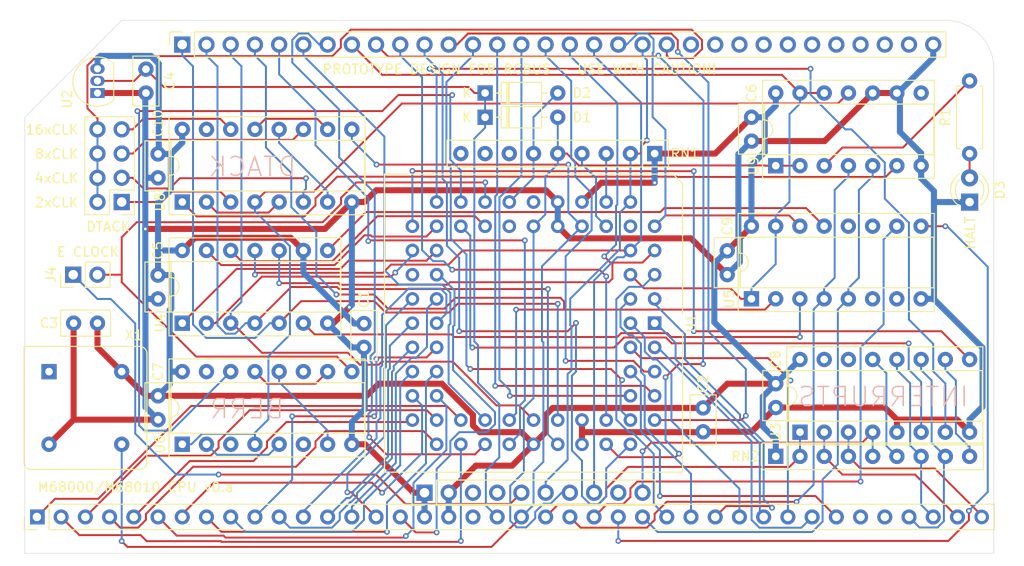
<source format=kicad_pcb>
(kicad_pcb (version 20241229) (generator "pcbnew") (generator_version "9.0")
  (layers (0 "F.Cu" signal) (2 "B.Cu" signal) (13 "F.Paste" user) (15 "B.Paste" user) (5 "F.SilkS" user "F.Silkscreen") (7 "B.SilkS" user "B.Silkscreen") (1 "F.Mask" user) (3 "B.Mask" user) (25 "Edge.Cuts" user))
  (net 0 "")
  (net 1 "/~{EXT_RESET}")
  (net 2 "GND")
  (net 3 "/~{HALT}")
  (net 4 "/~{RESET}")
  (net 5 "/D12")
  (net 6 "/A8")
  (net 7 "/A10")
  (net 8 "/D9")
  (net 11 "/A14")
  (net 12 "/A9")
  (net 15 "/D11")
  (net 16 "+5V")
  (net 17 "/~{INT6}")
  (net 18 "/A4")
  (net 19 "/~{INT4}")
  (net 20 "/~{IORQ}")
  (net 21 "/D0")
  (net 22 "Net-(D3-A)")
  (net 23 "/~{RD}")
  (net 24 "/A11")
  (net 25 "/~{INT1}")
  (net 26 "/A23")
  (net 27 "/D5")
  (net 28 "/E")
  (net 29 "Net-(U5A-A1)")
  (net 30 "/A12")
  (net 31 "/D10")
  (net 32 "/D13")
  (net 33 "/~{INT5}")
  (net 34 "/A13")
  (net 35 "/~{UDS}")
  (net 36 "/A7")
  (net 37 "/D14")
  (net 38 "/~{INT2}")
  (net 39 "/D1")
  (net 40 "Net-(U5B-A1)")
  (net 42 "/A6")
  (net 43 "/A2")
  (net 44 "/D4")
  (net 46 "/A18")
  (net 47 "/A17")
  (net 48 "/~{INT7}")
  (net 49 "/D3")
  (net 50 "/A5")
  (net 51 "/A16")
  (net 52 "/D15")
  (net 53 "/A22")
  (net 56 "/A15")
  (net 57 "/A19")
  (net 58 "/~{MREQ}")
  (net 59 "/~{LDS}")
  (net 61 "/A1")
  (net 62 "/D7")
  (net 63 "/D8")
  (net 64 "/~{INT3}")
  (net 65 "/Q0")
  (net 66 "/Q1")
  (net 67 "/A20")
  (net 68 "/Q2")
  (net 69 "/SYSCLK")
  (net 70 "/~{AS}")
  (net 71 "/~{WR}")
  (net 72 "/D2")
  (net 73 "/A3")
  (net 74 "/~{DTACK}")
  (net 75 "/D6")
  (net 76 "/A21")
  (net 79 "/~{BGACK}")
  (net 80 "/~{BR}")
  (net 83 "/~{INT0}")
  (net 84 "/~{IPL1}")
  (net 85 "Net-(U1-VPA)")
  (net 89 "Net-(U1-FC0)")
  (net 90 "/~{IPL2}")
  (net 91 "/~{BERR}")
  (net 92 "Net-(U1-FC1)")
  (net 93 "Net-(U1-FC2)")
  (net 94 "/~{IPL0}")
  (net 95 "/R{slash}~{W}")
  (net 100 "Net-(J1-Pin_1)")
  (net 102 "/~{RCBUS_DTACK}")
  (net 103 "Net-(J1-Pin_7)")
  (net 104 "Net-(J1-Pin_3)")
  (net 105 "Net-(J1-Pin_5)")
  (net 116 "Net-(R1-Pad1)")
  (net 117 "/AS")
  (net 119 "/RCBUS_ACT")
  (net 122 "/DQ0")
  (net 123 "/DQ1")
  (net 124 "/DQ2")
  (net 125 "Net-(J3-Pin_5)")
  (footprint "Package_LCC:PLCC-68_THT-Socket" (layer "F.Cu") (at 156.21 85.09 -90)
    (property "Reference" "U1")
    (property "Value" "MC68000FN")
  )
  (footprint "Connector_PinHeader_2.54mm:PinHeader_1x10_P2.54mm_Vertical" (layer "F.Cu") (at 132.08 102.87 90)
    (property "Reference" "J3" (hide yes))
    (property "Value" "Conn_01x10")
  )
  (footprint "Package_TO_SOT_THT:TO-92L_Inline" (layer "F.Cu") (at 97.79 60.96 90)
    (property "Reference" "U2")
    (property "Value" "DS1233-10")
  )
  (footprint "Package_DIP:DIP-16_W7.62mm_Socket" (layer "F.Cu") (at 166.36 82.54 90)
    (property "Reference" "U5")
    (property "Value" "74LS139")
  )
  (footprint "Connector_PinHeader_2.54mm:PinHeader_1x02_P2.54mm_Vertical" (layer "F.Cu") (at 95.245 80.01 90)
    (property "Reference" "J4")
    (property "Value" "Conn_01x02")
  )
  (footprint "Oscillator:Oscillator_DIP-8" (layer "F.Cu") (at 92.71 90.17 -90)
    (property "Reference" "X1")
    (property "Value" "CXO_DIP8")
  )
  (footprint "Package_DIP:DIP-16_W7.62mm_Socket" (layer "F.Cu") (at 106.68 97.79 90)
    (property "Reference" "U6")
    (property "Value" "74LS175")
  )
  (footprint "Capacitor_THT:C_Disc_D5.0mm_W2.5mm_P2.50mm" (layer "F.Cu") (at 163.82 77.5 -90)
    (property "Reference" "C9")
    (property "Value" "100n")
  )
  (footprint "Capacitor_THT:C_Disc_D5.0mm_W2.5mm_P2.50mm" (layer "F.Cu") (at 161.29 96.48 90)
    (property "Reference" "C2")
    (property "Value" "100n")
  )
  (footprint "Capacitor_THT:C_Disc_D5.0mm_W2.5mm_P2.50mm" (layer "F.Cu") (at 104.14 69.85 90)
    (property "Reference" "C10")
    (property "Value" "100n")
  )
  (footprint "Package_DIP:DIP-16_W7.62mm_Socket" (layer "F.Cu") (at 106.68 72.39 90)
    (property "Reference" "U8")
    (property "Value" "74LS175")
  )
  (footprint "Package_DIP:DIP-14_W7.62mm_Socket" (layer "F.Cu") (at 106.68 85.09 90)
    (property "Reference" "U4")
    (property "Value" "74LS10")
  )
  (footprint "Connector_PinHeader_2.54mm:PinHeader_2x04_P2.54mm_Vertical" (layer "F.Cu") (at 100.33 72.39 180)
    (property "Reference" "J1" (hide yes))
    (property "Value" "Conn_02x04_Odd_Even")
  )
  (footprint "Capacitor_THT:C_Disc_D5.0mm_W2.5mm_P2.50mm" (layer "F.Cu") (at 104.14 95.21 90)
    (property "Reference" "C7")
    (property "Value" "100n")
  )
  (footprint "Capacitor_THT:C_Disc_D5.0mm_W2.5mm_P2.50mm" (layer "F.Cu") (at 104.14 80.05 -90)
    (property "Reference" "C5")
    (property "Value" "100n")
  )
  (footprint "LED_THT:LED_D3.0mm" (layer "F.Cu") (at 189.23 72.395 90)
    (property "Reference" "D3")
    (property "Value" "LED")
  )
  (footprint "Connector_PinSocket_2.54mm:PinSocket_1x32_P2.54mm_Vertical" (layer "F.Cu") (at 106.68 55.88 90)
    (property "Reference" "J2" (hide yes))
    (property "Value" "Conn_01x32")
  )
  (footprint "Package_DIP:DIP-14_W7.62mm_Socket" (layer "F.Cu") (at 168.91 68.58 90)
    (property "Reference" "U9")
    (property "Value" "74LS00")
  )
  (footprint "Capacitor_THT:C_Disc_D5.0mm_W2.5mm_P2.50mm" (layer "F.Cu") (at 102.87 58.46 -90)
    (property "Reference" "C4")
    (property "Value" "100n")
  )
  (footprint "Package_DIP:DIP-16_W7.62mm_Socket" (layer "F.Cu") (at 171.45 96.52 90)
    (property "Reference" "U3")
    (property "Value" "74LS148")
  )
  (footprint "Capacitor_THT:C_Disc_D5.0mm_W2.5mm_P2.50mm" (layer "F.Cu") (at 95.29 85.09)
    (property "Reference" "C3")
    (property "Value" "100n")
  )
  (footprint "Resistor_THT:R_Axial_DIN0207_L6.3mm_D2.5mm_P7.62mm_Horizontal" (layer "F.Cu") (at 189.23 59.69 -90)
    (property "Reference" "R1")
    (property "Value" "1K")
  )
  (footprint "Resistor_THT:R_Array_SIP9" (layer "F.Cu") (at 156.21 67.31 180)
    (property "Reference" "RN1")
    (property "Value" "4K7")
  )
  (footprint "Diode_THT:D_DO-35_SOD27_P7.62mm_Horizontal" (layer "F.Cu") (at 138.43 60.96)
    (property "Reference" "D2")
    (property "Value" "BAT43")
  )
  (footprint "Capacitor_THT:C_Disc_D5.0mm_W2.5mm_P2.50mm" (layer "F.Cu") (at 168.91 91.44 -90)
    (property "Reference" "C8")
    (property "Value" "100n")
  )
  (footprint "Resistor_THT:R_Array_SIP9" (layer "F.Cu") (at 168.91 99.06)
    (property "Reference" "RN2")
    (property "Value" "10K")
  )
  (footprint "MyLibrary2023:RC2014_STD_40_PIN" (layer "F.Cu") (at 88.9 109.22)
    (property "Reference" "M1" (hide yes))
    (property "Value" "RC2014_40_PIN" (hide yes))
    (fp_line (start 1.27 -45.72) (end 1.27 0) (stroke (width 0.05)) (layer "Edge.Cuts"))
    (fp_line (start 1.27 0) (end 102.87 0) (stroke (width 0.05)) (layer "Edge.Cuts"))
    (fp_line (start 11.43 -55.88) (end 1.27 -45.72) (stroke (width 0.05)) (layer "Edge.Cuts"))
    (fp_line (start 97.79 -55.88) (end 11.43 -55.88) (stroke (width 0.05)) (layer "Edge.Cuts"))
    (fp_line (start 102.87 0) (end 102.87 -50.8) (stroke (width 0.05)) (layer "Edge.Cuts"))
    (fp_arc (start 97.79 -55.88) (mid 101.382102 -54.392102) (end 102.87 -50.8) (stroke (width 0.05)) (layer "Edge.Cuts"))
  )
  (footprint "Diode_THT:D_DO-35_SOD27_P7.62mm_Horizontal" (layer "F.Cu") (at 138.43 63.5)
    (property "Reference" "D1")
    (property "Value" "BAT43")
  )
  (footprint "Capacitor_THT:C_Disc_D5.0mm_W2.5mm_P2.50mm" (layer "F.Cu") (at 166.37 63.5 -90)
    (property "Reference" "C6")
    (property "Value" "100n")
  )
  (footprint "Capacitor_THT:C_Disc_D5.0mm_W2.5mm_P2.50mm" (layer "F.Cu") (at 125.73 85.13 -90)
    (property "Reference" "C1")
    (property "Value" "100n")
  )
  (gr_text "M68000/M68010 CPU v0.a" (at 91.44 102.87 0) (layer "F.SilkS") (effects (font (size 1 1)) (justify left bottom)))
  (gr_text "8xCLK" (at 95.885 67.945 0) (layer "F.SilkS") (effects (font (size 1 1)) (justify right bottom)))
  (gr_text "DTACK" (at 96.52 75.565 0) (layer "F.SilkS") (effects (font (size 1 1)) (justify left bottom)))
  (gr_text "E CLOCK" (at 93.445 78.21 0) (layer "F.SilkS") (effects (font (size 1 1)) (justify left bottom)))
  (gr_text "HALT" (at 189.865 77.47 90) (layer "F.SilkS") (effects (font (size 1 1)) (justify left bottom)))
  (gr_text "PROTOTYPE DESIGN FOR RCBUS - USE WITH CAUTION!" (at 121.285 59.055 0) (layer "F.SilkS") (effects (font (size 1 1)) (justify left bottom)))
  (gr_text "2xCLK" (at 95.885 73.025 0) (layer "F.SilkS") (effects (font (size 1 1)) (justify right bottom)))
  (gr_text "16xCLK" (at 95.885 65.405 0) (layer "F.SilkS") (effects (font (size 1 1)) (justify right bottom)))
  (gr_text "4xCLK" (at 95.885 70.485 0) (layer "F.SilkS") (effects (font (size 1 1)) (justify right bottom)))
  (gr_text "DTACK" (at 118.745 69.85 0) (layer "B.SilkS") (effects (font (size 2 2)) (justify left bottom mirror)))
  (gr_text "BERR" (at 117.475 95.25 0) (layer "B.SilkS") (effects (font (size 2 2)) (justify left bottom mirror)))
  (gr_text "INTERRUPTS" (at 189.23 93.98 0) (layer "B.SilkS") (effects (font (size 2 2)) (justify left bottom mirror)))
  (segment (start 104.735 60.325) (end 136.6917 60.325) (width 0.2032) (layer "F.Cu") (net 1))
  (segment (start 102.87 58.46) (end 104.735 60.325) (width 0.2032) (layer "F.Cu") (net 1))
  (segment (start 137.3267 60.96) (end 138.43 60.96) (width 0.2032) (layer "F.Cu") (net 1))
  (segment (start 101.64 59.69) (end 97.79 59.69) (width 0.2032) (layer "F.Cu") (net 1))
  (segment (start 136.6917 60.325) (end 137.3267 60.96) (width 0.2032) (layer "F.Cu") (net 1))
  (segment (start 102.87 58.46) (end 101.64 59.69) (width 0.2032) (layer "F.Cu") (net 1))
  (segment (start 137.305 87.0113) (end 137.305 65.7283) (width 0.2032) (layer "B.Cu") (net 1))
  (segment (start 138.5094 100.5776) (end 139.9173 99.1697) (width 0.2032) (layer "B.Cu") (net 1))
  (segment (start 137.695 91.36) (end 137.695 87.4013) (width 0.2032) (layer "B.Cu") (net 1))
  (segment (start 137.695 87.4013) (end 137.305 87.0113) (width 0.2032) (layer "B.Cu") (net 1))
  (segment (start 137.305 65.7283) (end 138.43 64.6033) (width 0.2032) (layer "B.Cu") (net 1))
  (segment (start 138.5094 104.2194) (end 138.5094 100.5776) (width 0.2032) (layer "B.Cu") (net 1))
  (segment (start 138.43 63.5) (end 138.43 64.6033) (width 0.2032) (layer "B.Cu") (net 1))
  (segment (start 138.43 60.96) (end 138.43 63.5) (width 0.2032) (layer "B.Cu") (net 1))
  (segment (start 139.9173 93.5823) (end 137.695 91.36) (width 0.2032) (layer "B.Cu") (net 1))
  (segment (start 139.9173 99.1697) (end 139.9173 93.5823) (width 0.2032) (layer "B.Cu") (net 1))
  (segment (start 139.7 105.41) (end 138.5094 104.2194) (width 0.2032) (layer "B.Cu") (net 1))
  (segment (start 92.71 97.79) (end 95.29 95.21) (width 0.635) (layer "F.Cu") (net 2))
  (segment (start 95.29 85.09) (end 95.29 95.21) (width 0.635) (layer "F.Cu") (net 2))
  (segment (start 174.03 66) (end 179.07 60.96) (width 0.635) (layer "F.Cu") (net 2))
  (segment (start 181.61 95.2008) (end 180.3492 93.94) (width 0.635) (layer "F.Cu") (net 2))
  (segment (start 181.61 96.52) (end 181.61 95.2008) (width 0.635) (layer "F.Cu") (net 2))
  (segment (start 127.0143 71.1549) (end 144.8149 71.1549) (width 0.635) (layer "F.Cu") (net 2))
  (segment (start 124.46 72.39) (end 125.7792 72.39) (width 0.635) (layer "F.Cu") (net 2))
  (segment (start 102.87 60.96) (end 97.79 60.96) (width 0.635) (layer "F.Cu") (net 2))
  (segment (start 121.92 85.09) (end 122.5355 85.09) (width 0.635) (layer "F.Cu") (net 2))
  (segment (start 148.59 95.25) (end 148.59 97.79) (width 0.635) (layer "F.Cu") (net 2))
  (segment (start 144.8149 71.1549) (end 146.05 72.39) (width 0.635) (layer "F.Cu") (net 2))
  (segment (start 166.37 66) (end 174.03 66) (width 0.635) (layer "F.Cu") (net 2))
  (segment (start 166.37 96.48) (end 168.91 93.94) (width 0.635) (layer "F.Cu") (net 2))
  (segment (start 179.07 60.96) (end 181.61 60.96) (width 0.635) (layer "F.Cu") (net 2))
  (segment (start 161.25 96.52) (end 161.29 96.48) (width 0.635) (layer "F.Cu") (net 2))
  (segment (start 148.59 96.52) (end 161.25 96.52) (width 0.635) (layer "F.Cu") (net 2))
  (segment (start 121.6391 75.2109) (end 124.46 72.39) (width 0.635) (layer "F.Cu") (net 2))
  (segment (start 189.23 96.52) (end 187.9108 95.2008) (width 0.635) (layer "F.Cu") (net 2))
  (segment (start 95.29 95.21) (end 104.14 95.21) (width 0.635) (layer "F.Cu") (net 2))
  (segment (start 125.8474 97.79) (end 124.46 97.79) (width 0.635) (layer "F.Cu") (net 2))
  (segment (start 148.59 95.25) (end 148.59 96.52) (width 0.635) (layer "F.Cu") (net 2))
  (segment (start 102.807 75.2109) (end 121.6391 75.2109) (width 0.635) (layer "F.Cu") (net 2))
  (segment (start 180.3492 93.94) (end 168.91 93.94) (width 0.635) (layer "F.Cu") (net 2))
  (segment (start 147.3186 76.1986) (end 146.05 74.93) (width 0.635) (layer "F.Cu") (net 2))
  (segment (start 187.9108 95.2008) (end 181.61 95.2008) (width 0.635) (layer "F.Cu") (net 2))
  (segment (start 160.0186 76.1986) (end 147.3186 76.1986) (width 0.635) (layer "F.Cu") (net 2))
  (segment (start 125.7792 72.39) (end 127.0143 71.1549) (width 0.635) (layer "F.Cu") (net 2))
  (segment (start 161.29 96.48) (end 166.37 96.48) (width 0.635) (layer "F.Cu") (net 2))
  (segment (start 122.5355 85.09) (end 124.2003 83.4252) (width 0.635) (layer "F.Cu") (net 2))
  (segment (start 132.08 102.87) (end 130.9274 102.87) (width 0.635) (layer "F.Cu") (net 2))
  (segment (start 163.82 80) (end 160.0186 76.1986) (width 0.635) (layer "F.Cu") (net 2))
  (segment (start 130.9274 102.87) (end 125.8474 97.79) (width 0.635) (layer "F.Cu") (net 2))
  (via (at 102.807 75.2109) (size 0.6) (drill 0.3) (layers "F.Cu" "B.Cu") (net 2))
  (via (at 124.2003 83.4252) (size 0.6) (drill 0.3) (layers "F.Cu" "B.Cu") (net 2))
  (segment (start 166.37 66) (end 164.9899 67.3801) (width 0.635) (layer "B.Cu") (net 2))
  (segment (start 190.5875 93.8433) (end 189.23 95.2008) (width 0.635) (layer "B.Cu") (net 2))
  (segment (start 185.4592 82.54) (end 190.5875 87.6683) (width 0.635) (layer "B.Cu") (net 2))
  (segment (start 104.14 69.85) (end 102.807 69.85) (width 0.635) (layer "B.Cu") (net 2))
  (segment (start 181.9268 60.7424) (end 181.9268 60.96) (width 0.635) (layer "B.Cu") (net 2))
  (segment (start 184.15 68.58) (end 184.15 69.8992) (width 0.635) (layer "B.Cu") (net 2))
  (segment (start 104.14 95.21) (end 102.8208 93.8908) (width 0.635) (layer "B.Cu") (net 2))
  (segment (start 185.4946 71.2438) (end 185.4946 72.39) (width 0.635) (layer "B.Cu") (net 2))
  (segment (start 164.9899 76.1098) (end 165.144 76.2639) (width 0.635) (layer "B.Cu") (net 2))
  (segment (start 184.15 67.9204) (end 184.15 67.2608) (width 0.635) (layer "B.Cu") (net 2))
  (segment (start 121.92 85.09) (end 124.46 87.63) (width 0.635) (layer "B.Cu") (net 2))
  (segment (start 184.15 67.9204) (end 184.15 68.58) (width 0.635) (layer "B.Cu") (net 2))
  (segment (start 125.8198 94.1038) (end 124.46 95.4636) (width 0.635) (layer "B.Cu") (net 2))
  (segment (start 124.46 83.1655) (end 124.2003 83.4252) (width 0.635) (layer "B.Cu") (net 2))
  (segment (start 124.46 87.63) (end 125.73 87.63) (width 0.635) (layer "B.Cu") (net 2))
  (segment (start 185.42 57.2492) (end 181.9268 60.7424) (width 0.635) (layer "B.Cu") (net 2))
  (segment (start 102.8208 93.8908) (end 102.8208 82.55) (width 0.635) (layer "B.Cu") (net 2))
  (segment (start 184.15 69.8992) (end 185.4946 71.2438) (width 0.635) (layer "B.Cu") (net 2))
  (segment (start 181.9268 60.96) (end 181.9268 65.0376) (width 0.635) (layer "B.Cu") (net 2))
  (segment (start 102.8208 82.55) (end 104.14 82.55) (width 0.635) (layer "B.Cu") (net 2))
  (segment (start 102.8208 82.55) (end 102.8071 82.5363) (width 0.635) (layer "B.Cu") (net 2))
  (segment (start 190.5875 87.6683) (end 190.5875 93.8433) (width 0.635) (layer "B.Cu") (net 2))
  (segment (start 189.23 95.2008) (end 189.23 96.52) (width 0.635) (layer "B.Cu") (net 2))
  (segment (start 132.08 105.41) (end 132.08 102.87) (width 0.635) (layer "B.Cu") (net 2))
  (segment (start 102.807 61.023) (end 102.87 60.96) (width 0.635) (layer "B.Cu") (net 2))
  (segment (start 185.4996 72.395) (end 185.4946 72.39) (width 0.635) (layer "B.Cu") (net 2))
  (segment (start 146.05 74.93) (end 146.05 72.39) (width 0.635) (layer "B.Cu") (net 2))
  (segment (start 124.46 72.39) (end 124.46 83.1655) (width 0.635) (layer "B.Cu") (net 2))
  (segment (start 102.8071 82.5363) (end 102.8071 75.2109) (width 0.635) (layer "B.Cu") (net 2))
  (segment (start 102.807 69.85) (end 102.807 61.023) (width 0.635) (layer "B.Cu") (net 2))
  (segment (start 125.73 87.63) (end 125.73 89.2712) (width 0.635) (layer "B.Cu") (net 2))
  (segment (start 102.807 75.2109) (end 102.807 69.85) (width 0.635) (layer "B.Cu") (net 2))
  (segment (start 185.4946 72.39) (end 185.4946 82.5046) (width 0.635) (layer "B.Cu") (net 2))
  (segment (start 189.23 72.395) (end 185.4996 72.395) (width 0.635) (layer "B.Cu") (net 2))
  (segment (start 102.8071 75.2109) (end 102.807 75.2109) (width 0.635) (layer "B.Cu") (net 2))
  (segment (start 164.9899 67.3801) (end 164.9899 76.1098) (width 0.635) (layer "B.Cu") (net 2))
  (segment (start 181.9268 65.0376) (end 184.15 67.2608) (width 0.635) (layer "B.Cu") (net 2))
  (segment (start 124.46 97.79) (end 124.46 96.4708) (width 0.635) (layer "B.Cu") (net 2))
  (segment (start 165.144 76.2639) (end 165.144 78.676) (width 0.635) (layer "B.Cu") (net 2))
  (segment (start 165.144 78.676) (end 163.82 80) (width 0.635) (layer "B.Cu") (net 2))
  (segment (start 124.46 95.4636) (end 124.46 96.4708) (width 0.635) (layer "B.Cu") (net 2))
  (segment (start 125.8198 89.361) (end 125.8198 94.1038) (width 0.635) (layer "B.Cu") (net 2))
  (segment (start 181.9268 60.96) (end 181.61 60.96) (width 0.635) (layer "B.Cu") (net 2))
  (segment (start 184.14 82.54) (end 185.4592 82.54) (width 0.635) (layer "B.Cu") (net 2))
  (segment (start 125.73 89.2712) (end 125.8198 89.361) (width 0.635) (layer "B.Cu") (net 2))
  (segment (start 185.42 55.88) (end 185.42 57.2492) (width 0.635) (layer "B.Cu") (net 2))
  (segment (start 185.4946 82.5046) (end 185.4592 82.54) (width 0.635) (layer "B.Cu") (net 2))
  (segment (start 148.2583 68.5529) (end 167.7796 68.5529) (width 0.2032) (layer "F.Cu") (net 3))
  (segment (start 147.0154 67.31) (end 148.2583 68.5529) (width 0.2032) (layer "F.Cu") (net 3))
  (segment (start 171.45 68.58) (end 168.91 68.58) (width 0.2032) (layer "F.Cu") (net 3))
  (segment (start 167.7796 68.5529) (end 167.8067 68.58) (width 0.2032) (layer "F.Cu") (net 3))
  (segment (start 146.05 67.31) (end 147.0154 67.31) (width 0.2032) (layer "F.Cu") (net 3))
  (segment (start 167.8067 68.58) (end 168.91 68.58) (width 0.2032) (layer "F.Cu") (net 3))
  (segment (start 143.6893 105.5519) (end 142.7405 106.5007) (width 0.2032) (layer "B.Cu") (net 3))
  (segment (start 147.32 102.87) (end 146.4551 102.87) (width 0.2032) (layer "B.Cu") (net 3))
  (segment (start 141.0688 102.1412) (end 142.4955 100.7145) (width 0.2032) (layer "B.Cu") (net 3))
  (segment (start 141.0688 105.8198) (end 141.0688 102.1412) (width 0.2032) (layer "B.Cu") (net 3))
  (segment (start 142.4955 100.7145) (end 142.4955 93.973) (width 0.2032) (layer "B.Cu") (net 3))
  (segment (start 144.546 104.0233) (end 143.6893 104.88) (width 0.2032) (layer "B.Cu") (net 3))
  (segment (start 144.7445 73.6955) (end 143.51 74.93) (width 0.2032) (layer "B.Cu") (net 3))
  (segment (start 142.4955 93.973) (end 143.51 92.9585) (width 0.2032) (layer "B.Cu") (net 3))
  (segment (start 142.7405 106.5007) (end 141.7497 106.5007) (width 0.2032) (layer "B.Cu") (net 3))
  (segment (start 143.6893 104.88) (end 143.6893 105.5519) (width 0.2032) (layer "B.Cu") (net 3))
  (segment (start 146.05 68.4133) (end 144.7445 69.7188) (width 0.2032) (layer "B.Cu") (net 3))
  (segment (start 141.7497 106.5007) (end 141.0688 105.8198) (width 0.2032) (layer "B.Cu") (net 3))
  (segment (start 144.7445 69.7188) (end 144.7445 73.6955) (width 0.2032) (layer "B.Cu") (net 3))
  (segment (start 146.05 67.31) (end 146.05 68.4133) (width 0.2032) (layer "B.Cu") (net 3))
  (segment (start 143.51 92.9585) (end 143.51 74.93) (width 0.2032) (layer "B.Cu") (net 3))
  (segment (start 146.4551 102.87) (end 145.3018 104.0233) (width 0.2032) (layer "B.Cu") (net 3))
  (segment (start 146.05 63.5) (end 146.05 67.31) (width 0.2032) (layer "B.Cu") (net 3))
  (segment (start 145.3018 104.0233) (end 144.546 104.0233) (width 0.2032) (layer "B.Cu") (net 3))
  (segment (start 146.05 60.96) (end 143.51 63.5) (width 0.2032) (layer "B.Cu") (net 4))
  (segment (start 143.51 63.5) (end 143.51 67.31) (width 0.2032) (layer "B.Cu") (net 4))
  (segment (start 143.51 69.85) (end 140.97 72.39) (width 0.2032) (layer "B.Cu") (net 4))
  (segment (start 143.51 67.31) (end 143.51 69.85) (width 0.2032) (layer "B.Cu") (net 4))
  (segment (start 134.62 55.88) (end 135.4849 55.88) (width 0.2032) (layer "F.Cu") (net 5))
  (segment (start 165.3144 95.25) (end 156.21 95.25) (width 0.2032) (layer "F.Cu") (net 5))
  (segment (start 135.4849 55.88) (end 136.6382 54.7267) (width 0.2032) (layer "F.Cu") (net 5))
  (segment (start 136.6382 54.7267) (end 157.9579 54.7267) (width 0.2032) (layer "F.Cu") (net 5))
  (segment (start 158.6333 55.4021) (end 158.6333 56.6426) (width 0.2032) (layer "F.Cu") (net 5))
  (segment (start 165.7696 94.7948) (end 165.3144 95.25) (width 0.2032) (layer "F.Cu") (net 5))
  (segment (start 157.9579 54.7267) (end 158.6333 55.4021) (width 0.2032) (layer "F.Cu") (net 5))
  (via (at 158.6333 56.6426) (size 0.6) (drill 0.3) (layers "F.Cu" "B.Cu") (net 5))
  (via (at 165.7696 94.7948) (size 0.6) (drill 0.3) (layers "F.Cu" "B.Cu") (net 5))
  (segment (start 161.848 85.968) (end 161.848 59.8573) (width 0.2032) (layer "B.Cu") (net 5))
  (segment (start 165.7696 94.7948) (end 165.7696 89.8896) (width 0.2032) (layer "B.Cu") (net 5))
  (segment (start 165.7696 89.8896) (end 161.848 85.968) (width 0.2032) (layer "B.Cu") (net 5))
  (segment (start 161.848 59.8573) (end 158.6333 56.6426) (width 0.2032) (layer "B.Cu") (net 5))
  (segment (start 129.5335 91.4465) (end 130.81 90.17) (width 0.2032) (layer "B.Cu") (net 6))
  (segment (start 125.73 105.7206) (end 125.73 103.7915) (width 0.2032) (layer "B.Cu") (net 6))
  (segment (start 129.5335 99.988) (end 129.5335 91.4465) (width 0.2032) (layer "B.Cu") (net 6))
  (segment (start 113.3336 106.9836) (end 124.467 106.9836) (width 0.2032) (layer "B.Cu") (net 6))
  (segment (start 111.76 105.41) (end 113.3336 106.9836) (width 0.2032) (layer "B.Cu") (net 6))
  (segment (start 124.467 106.9836) (end 125.73 105.7206) (width 0.2032) (layer "B.Cu") (net 6))
  (segment (start 125.73 103.7915) (end 129.5335 99.988) (width 0.2032) (layer "B.Cu") (net 6))
  (segment (start 109.9847 101.8153) (end 106.68 105.12) (width 0.2032) (layer "F.Cu") (net 7))
  (segment (start 126.5803 101.8153) (end 109.9847 101.8153) (width 0.2032) (layer "F.Cu") (net 7))
  (segment (start 127.635 102.87) (end 126.5803 101.8153) (width 0.2032) (layer "F.Cu") (net 7))
  (segment (start 106.68 105.12) (end 106.68 105.41) (width 0.2032) (layer "F.Cu") (net 7))
  (via (at 127.635 102.87) (size 0.6) (drill 0.3) (layers "F.Cu" "B.Cu") (net 7))
  (segment (start 131.8245 98.705) (end 131.8245 93.7245) (width 0.2032) (layer "B.Cu") (net 7))
  (segment (start 131.8245 93.7245) (end 130.81 92.71) (width 0.2032) (layer "B.Cu") (net 7))
  (segment (start 127.635 102.87) (end 127.6595 102.87) (width 0.2032) (layer "B.Cu") (net 7))
  (segment (start 127.6595 102.87) (end 131.8245 98.705) (width 0.2032) (layer "B.Cu") (net 7))
  (segment (start 153.67 92.71) (end 141.0192 92.71) (width 0.2032) (layer "F.Cu") (net 8))
  (via (at 141.0192 92.71) (size 0.6) (drill 0.3) (layers "F.Cu" "B.Cu") (net 8))
  (segment (start 139.9367 91.0202) (end 141.0192 92.1027) (width 0.2032) (layer "B.Cu") (net 8))
  (segment (start 142.24 69.6087) (end 139.9367 71.912) (width 0.2032) (layer "B.Cu") (net 8))
  (segment (start 141.0192 92.1027) (end 141.0192 92.71) (width 0.2032) (layer "B.Cu") (net 8))
  (segment (start 142.24 55.88) (end 142.24 69.6087) (width 0.2032) (layer "B.Cu") (net 8))
  (segment (start 139.9367 71.912) (end 139.9367 91.0202) (width 0.2032) (layer "B.Cu") (net 8))
  (segment (start 132.3181 94.2181) (end 133.35 95.25) (width 0.2032) (layer "F.Cu") (net 11))
  (segment (start 110.49 97.473) (end 113.7449 94.2181) (width 0.2032) (layer "F.Cu") (net 11))
  (segment (start 109.6549 98.9875) (end 110.49 98.1524) (width 0.2032) (layer "F.Cu") (net 11))
  (segment (start 113.7449 94.2181) (end 132.3181 94.2181) (width 0.2032) (layer "F.Cu") (net 11))
  (segment (start 110.49 98.1524) (end 110.49 97.473) (width 0.2032) (layer "F.Cu") (net 11))
  (segment (start 102.9425 98.9875) (end 109.6549 98.9875) (width 0.2032) (layer "F.Cu") (net 11))
  (segment (start 96.52 105.41) (end 102.9425 98.9875) (width 0.2032) (layer "F.Cu") (net 11))
  (segment (start 109.22 105.41) (end 110.7743 106.9643) (width 0.2032) (layer "F.Cu") (net 12))
  (segment (start 110.7743 106.9643) (end 128.1421 106.9643) (width 0.2032) (layer "F.Cu") (net 12))
  (via (at 128.1421 106.9643) (size 0.6) (drill 0.3) (layers "F.Cu" "B.Cu") (net 12))
  (segment (start 132.2294 91.2906) (end 132.2294 99.7963) (width 0.2032) (layer "B.Cu") (net 12))
  (segment (start 128.1421 103.8836) (end 128.1421 106.9643) (width 0.2032) (layer "B.Cu") (net 12))
  (segment (start 132.2294 99.7963) (end 128.1421 103.8836) (width 0.2032) (layer "B.Cu") (net 12))
  (segment (start 133.35 90.17) (end 132.2294 91.2906) (width 0.2032) (layer "B.Cu") (net 12))
  (segment (start 151.6333 89.9) (end 136.8784 89.9) (width 0.2032) (layer "F.Cu") (net 15))
  (segment (start 152.7942 91.0609) (end 151.6333 89.9) (width 0.2032) (layer "F.Cu") (net 15))
  (via (at 136.8784 89.9) (size 0.6) (drill 0.3) (layers "F.Cu" "B.Cu") (net 15))
  (via (at 152.7942 91.0609) (size 0.6) (drill 0.3) (layers "F.Cu" "B.Cu") (net 15))
  (segment (start 152.6379 94.2179) (end 152.6379 91.2172) (width 0.2032) (layer "B.Cu") (net 15))
  (segment (start 134.3775 68.302) (end 134.8328 68.7573) (width 0.2032) (layer "B.Cu") (net 15))
  (segment (start 134.8328 68.7573) (end 134.8328 76.2417) (width 0.2032) (layer "B.Cu") (net 15))
  (segment (start 134.8328 76.2417) (end 136.4735 77.8824) (width 0.2032) (layer "B.Cu") (net 15))
  (segment (start 134.3775 59.8158) (end 134.3775 68.302) (width 0.2032) (layer "B.Cu") (net 15))
  (segment (start 152.6379 91.2172) (end 152.7942 91.0609) (width 0.2032) (layer "B.Cu") (net 15))
  (segment (start 136.4735 89.4951) (end 136.8784 89.9) (width 0.2032) (layer "B.Cu") (net 15))
  (segment (start 137.16 57.0333) (end 134.3775 59.8158) (width 0.2032) (layer "B.Cu") (net 15))
  (segment (start 136.4735 77.8824) (end 136.4735 89.4951) (width 0.2032) (layer "B.Cu") (net 15))
  (segment (start 137.16 55.88) (end 137.16 57.0333) (width 0.2032) (layer "B.Cu") (net 15))
  (segment (start 153.67 95.25) (end 152.6379 94.2179) (width 0.2032) (layer "B.Cu") (net 15))
  (segment (start 141.2688 100.0312) (end 143.51 97.79) (width 0.635) (layer "F.Cu") (net 16))
  (segment (start 133.8976 91.44) (end 137.16 94.7024) (width 0.635) (layer "F.Cu") (net 16))
  (segment (start 104.14 92.71) (end 102.87 92.71) (width 0.635) (layer "F.Cu") (net 16))
  (segment (start 137.4588 100.0312) (end 141.2688 100.0312) (width 0.635) (layer "F.Cu") (net 16))
  (segment (start 134.62 102.87) (end 137.4588 100.0312) (width 0.635) (layer "F.Cu") (net 16))
  (segment (start 156.21 67.31) (end 162.56 67.31) (width 0.635) (layer "F.Cu") (net 16))
  (segment (start 166.36 74.96) (end 166.36 74.92) (width 0.635) (layer "F.Cu") (net 16))
  (segment (start 108.0098 76.1402) (end 106.68 77.47) (width 0.635) (layer "F.Cu") (net 16))
  (segment (start 137.16 94.7024) (end 137.16 95.8127) (width 0.635) (layer "F.Cu") (net 16))
  (segment (start 162.56 67.31) (end 166.37 63.5) (width 0.635) (layer "F.Cu") (net 16))
  (segment (start 148.59 72.39) (end 150.613 70.367) (width 0.635) (layer "F.Cu") (net 16))
  (segment (start 118.0502 76.1402) (end 108.0098 76.1402) (width 0.635) (layer "F.Cu") (net 16))
  (segment (start 163.83 91.44) (end 161.29 93.98) (width 0.635) (layer "F.Cu") (net 16))
  (segment (start 97.79 87.63) (end 100.33 90.17) (width 0.635) (layer "F.Cu") (net 16))
  (segment (start 104.14 92.71) (end 126.0101 92.71) (width 0.635) (layer "F.Cu") (net 16))
  (segment (start 150.613 70.367) (end 156.21 70.367) (width 0.635) (layer "F.Cu") (net 16))
  (segment (start 163.82 77.5) (end 166.36 74.96) (width 0.635) (layer "F.Cu") (net 16))
  (segment (start 119.38 77.47) (end 118.0502 76.1402) (width 0.635) (layer "F.Cu") (net 16))
  (segment (start 127.2801 91.44) (end 133.8976 91.44) (width 0.635) (layer "F.Cu") (net 16))
  (segment (start 142.24 96.52) (end 143.51 97.79) (width 0.635) (layer "F.Cu") (net 16))
  (segment (start 145.5239 93.98) (end 161.29 93.98) (width 0.635) (layer "F.Cu") (net 16))
  (segment (start 97.79 85.09) (end 97.79 87.63) (width 0.635) (layer "F.Cu") (net 16))
  (segment (start 168.91 91.44) (end 163.83 91.44) (width 0.635) (layer "F.Cu") (net 16))
  (segment (start 144.78 96.52) (end 144.78 94.7239) (width 0.635) (layer "F.Cu") (net 16))
  (segment (start 126.0101 92.71) (end 127.2801 91.44) (width 0.635) (layer "F.Cu") (net 16))
  (segment (start 137.8673 96.52) (end 142.24 96.52) (width 0.635) (layer "F.Cu") (net 16))
  (segment (start 137.16 95.8127) (end 137.8673 96.52) (width 0.635) (layer "F.Cu") (net 16))
  (segment (start 144.78 94.7239) (end 145.5239 93.98) (width 0.635) (layer "F.Cu") (net 16))
  (segment (start 102.87 92.71) (end 100.33 90.17) (width 0.635) (layer "F.Cu") (net 16))
  (segment (start 143.51 97.79) (end 144.78 96.52) (width 0.635) (layer "F.Cu") (net 16))
  (via (at 156.21 70.367) (size 0.6) (drill 0.3) (layers "F.Cu" "B.Cu") (net 16))
  (segment (start 104.2167 67.35) (end 105.4894 67.35) (width 0.635) (layer "B.Cu") (net 16))
  (segment (start 105.5307 83.5759) (end 105.3608 83.7458) (width 0.635) (layer "B.Cu") (net 16))
  (segment (start 119.38 79.7882) (end 124.7218 85.13) (width 0.635) (layer "B.Cu") (net 16))
  (segment (start 105.3015 80.05) (end 104.14 80.05) (width 0.635) (layer "B.Cu") (net 16))
  (segment (start 106.68 77.47) (end 104.14 77.47) (width 0.635) (layer "B.Cu") (net 16))
  (segment (start 167.5499 92.8001) (end 168.91 91.44) (width 0.635) (layer "B.Cu") (net 16))
  (segment (start 167.7557 63.5) (end 166.37 63.5) (width 0.635) (layer "B.Cu") (net 16))
  (segment (start 124.7218 85.13) (end 125.73 85.13) (width 0.635) (layer "B.Cu") (net 16))
  (segment (start 105.5307 80.05) (end 105.5307 83.5759) (width 0.635) (layer "B.Cu") (net 16))
  (segment (start 162.4695 84.9995) (end 162.4695 78.8505) (width 0.635) (layer "B.Cu") (net 16))
  (segment (start 104.14 67.35) (end 104.2167 67.35) (width 0.635) (layer "B.Cu") (net 16))
  (segment (start 104.2167 67.35) (end 104.2167 57.8921) (width 0.635) (layer "B.Cu") (net 16))
  (segment (start 103.3921 57.0675) (end 98.0983 57.0675) (width 0.635) (layer "B.Cu") (net 16))
  (segment (start 119.38 78.7892) (end 119.38 79.7882) (width 0.635) (layer "B.Cu") (net 16))
  (segment (start 168.91 91.44) (end 171.45 88.9) (width 0.635) (layer "B.Cu") (net 16))
  (segment (start 105.3608 83.7458) (end 105.3608 91.4892) (width 0.635) (layer "B.Cu") (net 16))
  (segment (start 168.91 99.06) (end 168.91 97.2838) (width 0.635) (layer "B.Cu") (net 16))
  (segment (start 168.91 91.44) (end 162.4695 84.9995) (width 0.635) (layer "B.Cu") (net 16))
  (segment (start 105.4894 71.0725) (end 104.14 72.4219) (width 0.635) (layer "B.Cu") (net 16))
  (segment (start 167.5499 95.9237) (end 167.5499 92.8001) (width 0.635) (layer "B.Cu") (net 16))
  (segment (start 104.2167 57.8921) (end 103.3921 57.0675) (width 0.635) (layer "B.Cu") (net 16))
  (segment (start 134.62 105.41) (end 134.62 102.87) (width 0.635) (layer "B.Cu") (net 16))
  (segment (start 104.14 72.4219) (end 104.14 80.05) (width 0.635) (layer "B.Cu") (net 16))
  (segment (start 162.4695 78.8505) (end 163.82 77.5) (width 0.635) (layer "B.Cu") (net 16))
  (segment (start 97.79 58.42) (end 97.79 57.3758) (width 0.635) (layer "B.Cu") (net 16))
  (segment (start 105.3608 90.17) (end 106.68 90.17) (width 0.635) (layer "B.Cu") (net 16))
  (segment (start 167.7557 67.1443) (end 166.36 68.54) (width 0.635) (layer "B.Cu") (net 16))
  (segment (start 106.68 64.77) (end 106.68 66.0892) (width 0.635) (layer "B.Cu") (net 16))
  (segment (start 168.91 97.2838) (end 167.5499 95.9237) (width 0.635) (layer "B.Cu") (net 16))
  (segment (start 119.38 77.47) (end 119.38 78.7892) (width 0.635) (layer "B.Cu") (net 16))
  (segment (start 98.0983 57.0675) (end 97.79 57.3758) (width 0.635) (layer "B.Cu") (net 16))
  (segment (start 105.5307 80.05) (end 105.3015 80.05) (width 0.635) (layer "B.Cu") (net 16))
  (segment (start 105.3608 91.4892) (end 104.14 92.71) (width 0.635) (layer "B.Cu") (net 16))
  (segment (start 166.36 68.54) (end 166.36 74.92) (width 0.635) (layer "B.Cu") (net 16))
  (segment (start 167.7557 63.4335) (end 167.7557 63.5) (width 0.635) (layer "B.Cu") (net 16))
  (segment (start 168.91 60.96) (end 168.91 62.2792) (width 0.635) (layer "B.Cu") (net 16))
  (segment (start 168.91 62.2792) (end 167.7557 63.4335) (width 0.635) (layer "B.Cu") (net 16))
  (segment (start 105.4894 67.35) (end 105.4894 71.0725) (width 0.635) (layer "B.Cu") (net 16))
  (segment (start 106.68 66.1594) (end 106.68 66.0892) (width 0.635) (layer "B.Cu") (net 16))
  (segment (start 105.4894 67.35) (end 106.68 66.1594) (width 0.635) (layer "B.Cu") (net 16))
  (segment (start 156.21 67.31) (end 156.21 70.367) (width 0.635) (layer "B.Cu") (net 16))
  (segment (start 167.7557 63.5) (end 167.7557 67.1443) (width 0.635) (layer "B.Cu") (net 16))
  (segment (start 185.574 100.33) (end 190.5 105.256) (width 0.2032) (layer "F.Cu") (net 17))
  (segment (start 177.8 100.33) (end 185.574 100.33) (width 0.2032) (layer "F.Cu") (net 17))
  (segment (start 176.53 99.06) (end 177.8 100.33) (width 0.2032) (layer "F.Cu") (net 17))
  (segment (start 190.5 105.256) (end 190.5 105.41) (width 0.2032) (layer "F.Cu") (net 17))
  (segment (start 176.53 99.06) (end 176.53 96.52) (width 0.2032) (layer "B.Cu") (net 17))
  (segment (start 121.92 105.41) (end 123.9032 103.4268) (width 0.2032) (layer "B.Cu") (net 18))
  (segment (start 128.4453 87.4547) (end 130.81 85.09) (width 0.2032) (layer "B.Cu") (net 18))
  (segment (start 124.5915 102.7406) (end 128.2616 99.0705) (width 0.2032) (layer "B.Cu") (net 18))
  (segment (start 128.4453 89.8524) (end 128.4453 87.4547) (width 0.2032) (layer "B.Cu") (net 18))
  (segment (start 124.2381 103.4268) (end 124.5915 103.0734) (width 0.2032) (layer "B.Cu") (net 18))
  (segment (start 128.2616 90.0361) (end 128.4453 89.8524) (width 0.2032) (layer "B.Cu") (net 18))
  (segment (start 128.2616 99.0705) (end 128.2616 90.0361) (width 0.2032) (layer "B.Cu") (net 18))
  (segment (start 124.5915 103.0734) (end 124.5915 102.7406) (width 0.2032) (layer "B.Cu") (net 18))
  (segment (start 123.9032 103.4268) (end 124.2381 103.4268) (width 0.2032) (layer "B.Cu") (net 18))
  (segment (start 146.0723 104.1177) (end 144.78 105.41) (width 0.2032) (layer "F.Cu") (net 19))
  (segment (start 170.3467 100.1633) (end 153.4078 100.1633) (width 0.2032) (layer "F.Cu") (net 19))
  (segment (start 151.13 102.4411) (end 151.13 103.2544) (width 0.2032) (layer "F.Cu") (net 19))
  (segment (start 171.45 99.06) (end 170.3467 100.1633) (width 0.2032) (layer "F.Cu") (net 19))
  (segment (start 150.2667 104.1177) (end 146.0723 104.1177) (width 0.2032) (layer "F.Cu") (net 19))
  (segment (start 151.13 103.2544) (end 150.2667 104.1177) (width 0.2032) (layer "F.Cu") (net 19))
  (segment (start 153.4078 100.1633) (end 151.13 102.4411) (width 0.2032) (layer "F.Cu") (net 19))
  (segment (start 171.45 99.06) (end 171.45 96.52) (width 0.2032) (layer "B.Cu") (net 19))
  (segment (start 172.7201 106.9891) (end 173.8202 105.889) (width 0.2032) (layer "B.Cu") (net 20))
  (segment (start 173.8202 105.889) (end 173.8202 101.4716) (width 0.2032) (layer "B.Cu") (net 20))
  (segment (start 179.07 69.6833) (end 177.6233 71.13) (width 0.2032) (layer "B.Cu") (net 20))
  (segment (start 179.07 68.58) (end 179.07 69.6833) (width 0.2032) (layer "B.Cu") (net 20))
  (segment (start 177.6233 71.13) (end 177.6233 80.3334) (width 0.2032) (layer "B.Cu") (net 20))
  (segment (start 177.6233 80.3334) (end 176.52 81.4367) (width 0.2032) (layer "B.Cu") (net 20))
  (segment (start 156.5191 106.9891) (end 172.7201 106.9891) (width 0.2032) (layer "B.Cu") (net 20))
  (segment (start 173.8202 101.4716) (end 175.4167 99.8751) (width 0.2032) (layer "B.Cu") (net 20))
  (segment (start 175.4167 99.8751) (end 175.4167 83.6433) (width 0.2032) (layer "B.Cu") (net 20))
  (segment (start 154.94 105.41) (end 156.5191 106.9891) (width 0.2032) (layer "B.Cu") (net 20))
  (segment (start 175.4167 83.6433) (end 176.52 82.54) (width 0.2032) (layer "B.Cu") (net 20))
  (segment (start 176.52 82.54) (end 176.52 81.4367) (width 0.2032) (layer "B.Cu") (net 20))
  (segment (start 156.1117 104.0417) (end 156.1117 98.787) (width 0.2032) (layer "B.Cu") (net 21))
  (segment (start 153.5013 81.28) (end 154.94 81.28) (width 0.2032) (layer "B.Cu") (net 21))
  (segment (start 157.48 105.41) (end 156.1117 104.0417) (width 0.2032) (layer "B.Cu") (net 21))
  (segment (start 156.1117 98.787) (end 153.8447 96.52) (width 0.2032) (layer "B.Cu") (net 21))
  (segment (start 153.8447 96.52) (end 153.4999 96.52) (width 0.2032) (layer "B.Cu") (net 21))
  (segment (start 152.1909 82.5904) (end 153.5013 81.28) (width 0.2032) (layer "B.Cu") (net 21))
  (segment (start 152.1909 95.211) (end 152.1909 82.5904) (width 0.2032) (layer "B.Cu") (net 21))
  (segment (start 154.94 81.28) (end 156.21 80.01) (width 0.2032) (layer "B.Cu") (net 21))
  (segment (start 153.4999 96.52) (end 152.1909 95.211) (width 0.2032) (layer "B.Cu") (net 21))
  (segment (start 189.23 67.31) (end 189.23 69.855) (width 0.2032) (layer "F.Cu") (net 22))
  (segment (start 184.15 74.93) (end 184.14 74.92) (width 0.2032) (layer "F.Cu") (net 23))
  (segment (start 186.69 74.93) (end 184.15 74.93) (width 0.2032) (layer "F.Cu") (net 23))
  (segment (start 189.1582 104.7674) (end 189.1582 105.7623) (width 0.2032) (layer "F.Cu") (net 23))
  (segment (start 189.1582 105.7623) (end 186.9984 107.9221) (width 0.2032) (layer "F.Cu") (net 23))
  (segment (start 186.9984 107.9221) (end 152.4 107.9221) (width 0.2032) (layer "F.Cu") (net 23))
  (via (at 152.4 107.9221) (size 0.6) (drill 0.3) (layers "F.Cu" "B.Cu") (net 23))
  (via (at 189.1582 104.7674) (size 0.6) (drill 0.3) (layers "F.Cu" "B.Cu") (net 23))
  (via (at 186.69 74.93) (size 0.6) (drill 0.3) (layers "F.Cu" "B.Cu") (net 23))
  (segment (start 186.69 74.93) (end 186.8784 74.93) (width 0.2032) (layer "B.Cu") (net 23))
  (segment (start 191.135 102.7906) (end 191.135 102.7173) (width 0.2032) (layer "B.Cu") (net 23))
  (segment (start 186.8784 74.93) (end 191.135 79.1866) (width 0.2032) (layer "B.Cu") (net 23))
  (segment (start 191.135 79.1866) (end 191.135 102.7173) (width 0.2032) (layer "B.Cu") (net 23))
  (segment (start 189.1582 104.7674) (end 191.135 102.7906) (width 0.2032) (layer "B.Cu") (net 23))
  (segment (start 152.4 105.41) (end 152.4 107.9221) (width 0.2032) (layer "B.Cu") (net 23))
  (segment (start 106.0992 107.3692) (end 111.0133 107.3692) (width 0.2032) (layer "F.Cu") (net 24))
  (segment (start 111.0133 107.3692) (end 111.2148 107.5707) (width 0.2032) (layer "F.Cu") (net 24))
  (segment (start 129.9664 107.5707) (end 130.1239 107.4132) (width 0.2032) (layer "F.Cu") (net 24))
  (segment (start 111.2148 107.5707) (end 129.9664 107.5707) (width 0.2032) (layer "F.Cu") (net 24))
  (segment (start 104.14 105.41) (end 106.0992 107.3692) (width 0.2032) (layer "F.Cu") (net 24))
  (via (at 130.1239 107.4132) (size 0.6) (drill 0.3) (layers "F.Cu" "B.Cu") (net 24))
  (segment (start 134.3746 98.3831) (end 130.9214 101.8363) (width 0.2032) (layer "B.Cu") (net 24))
  (segment (start 130.9214 101.8363) (end 130.9214 106.6157) (width 0.2032) (layer "B.Cu") (net 24))
  (segment (start 133.35 92.71) (end 134.3746 93.7346) (width 0.2032) (layer "B.Cu") (net 24))
  (segment (start 130.9214 106.6157) (end 130.1239 107.4132) (width 0.2032) (layer "B.Cu") (net 24))
  (segment (start 134.3746 93.7346) (end 134.3746 98.3831) (width 0.2032) (layer "B.Cu") (net 24))
  (segment (start 185.2533 97.6233) (end 185.2533 91.1066) (width 0.2032) (layer "B.Cu") (net 25))
  (segment (start 186.5373 98.9073) (end 185.2533 97.6233) (width 0.2032) (layer "B.Cu") (net 25))
  (segment (start 185.2533 91.1066) (end 184.15 90.0033) (width 0.2032) (layer "B.Cu") (net 25))
  (segment (start 186.5373 99.2127) (end 186.69 99.06) (width 0.2032) (layer "B.Cu") (net 25))
  (segment (start 183.9808 106.5108) (end 185.8754 106.5108) (width 0.2032) (layer "B.Cu") (net 25))
  (segment (start 182.88 105.41) (end 183.9808 106.5108) (width 0.2032) (layer "B.Cu") (net 25))
  (segment (start 185.8754 106.5108) (end 186.5373 105.8489) (width 0.2032) (layer "B.Cu") (net 25))
  (segment (start 186.5373 105.8489) (end 186.5373 99.2127) (width 0.2032) (layer "B.Cu") (net 25))
  (segment (start 184.15 90.0033) (end 184.15 88.9) (width 0.2032) (layer "B.Cu") (net 25))
  (segment (start 116.84 85.09) (end 119.1455 82.7845) (width 0.2032) (layer "F.Cu") (net 26))
  (segment (start 135.5516 83.0611) (end 146.05 83.0611) (width 0.2032) (layer "F.Cu") (net 26))
  (segment (start 134.638 83.9747) (end 135.5516 83.0611) (width 0.2032) (layer "F.Cu") (net 26))
  (segment (start 126.8208 82.7845) (end 128.011 83.9747) (width 0.2032) (layer "F.Cu") (net 26))
  (segment (start 128.011 83.9747) (end 134.638 83.9747) (width 0.2032) (layer "F.Cu") (net 26))
  (segment (start 119.1455 82.7845) (end 126.8208 82.7845) (width 0.2032) (layer "F.Cu") (net 26))
  (via (at 146.05 83.0611) (size 0.6) (drill 0.3) (layers "F.Cu" "B.Cu") (net 26))
  (segment (start 114.3233 86.6413) (end 109.2059 86.6413) (width 0.2032) (layer "B.Cu") (net 26))
  (segment (start 115.8746 85.09) (end 114.3233 86.6413) (width 0.2032) (layer "B.Cu") (net 26))
  (segment (start 109.2059 86.6413) (end 107.8073 85.2427) (width 0.2032) (layer "B.Cu") (net 26))
  (segment (start 107.8073 85.2427) (end 107.8073 58.1606) (width 0.2032) (layer "B.Cu") (net 26))
  (segment (start 107.8073 58.1606) (end 106.68 57.0333) (width 0.2032) (layer "B.Cu") (net 26))
  (segment (start 116.84 85.09) (end 115.8746 85.09) (width 0.2032) (layer "B.Cu") (net 26))
  (segment (start 106.68 57.0333) (end 106.68 55.88) (width 0.2032) (layer "B.Cu") (net 26))
  (segment (start 146.05 95.25) (end 146.05 83.0611) (width 0.2032) (layer "B.Cu") (net 26))
  (segment (start 154.7972 88.7572) (end 168.1049 88.7572) (width 0.2032) (layer "F.Cu") (net 27))
  (segment (start 168.1049 88.7572) (end 170.446 91.0983) (width 0.2032) (layer "F.Cu") (net 27))
  (segment (start 153.67 87.63) (end 154.7972 88.7572) (width 0.2032) (layer "F.Cu") (net 27))
  (via (at 170.446 91.0983) (size 0.6) (drill 0.3) (layers "F.Cu" "B.Cu") (net 27))
  (segment (start 170.18 91.3643) (end 170.446 91.0983) (width 0.2032) (layer "B.Cu") (net 27))
  (segment (start 170.18 105.41) (end 170.18 91.3643) (width 0.2032) (layer "B.Cu") (net 27))
  (segment (start 122.8858 88.5958) (end 108.1322 88.5958) (width 0.2032) (layer "F.Cu") (net 28))
  (segment (start 100.33 76.0833) (end 101.9095 74.5038) (width 0.2032) (layer "F.Cu") (net 28))
  (segment (start 100.33 80.01) (end 100.33 76.0833) (width 0.2032) (layer "F.Cu") (net 28))
  (segment (start 100.33 80.7936) (end 100.33 80.01) (width 0.2032) (layer "F.Cu") (net 28))
  (segment (start 124.9351 70.3357) (end 138.4524 70.3357) (width 0.2032) (layer "F.Cu") (net 28))
  (segment (start 121.4174 74.5038) (end 123.3327 72.5885) (width 0.2032) (layer "F.Cu") (net 28))
  (segment (start 123.3327 71.9381) (end 124.9351 70.3357) (width 0.2032) (layer "F.Cu") (net 28))
  (segment (start 108.1322 88.5958) (end 100.33 80.7936) (width 0.2032) (layer "F.Cu") (net 28))
  (segment (start 97.785 80.01) (end 100.33 80.01) (width 0.2032) (layer "F.Cu") (net 28))
  (segment (start 124.46 90.17) (end 122.8858 88.5958) (width 0.2032) (layer "F.Cu") (net 28))
  (segment (start 123.3327 72.5885) (end 123.3327 71.9381) (width 0.2032) (layer "F.Cu") (net 28))
  (segment (start 101.9095 74.5038) (end 121.4174 74.5038) (width 0.2032) (layer "F.Cu") (net 28))
  (via (at 138.4524 70.3357) (size 0.6) (drill 0.3) (layers "F.Cu" "B.Cu") (net 28))
  (segment (start 138.43 72.39) (end 138.4524 72.3676) (width 0.2032) (layer "B.Cu") (net 28))
  (segment (start 138.4524 72.3676) (end 138.4524 70.3357) (width 0.2032) (layer "B.Cu") (net 28))
  (segment (start 152.6909 86.1371) (end 157.5264 86.1371) (width 0.2032) (layer "F.Cu") (net 29))
  (segment (start 119.38 85.09) (end 120.5588 86.2688) (width 0.2032) (layer "F.Cu") (net 29))
  (segment (start 152.286 86.542) (end 152.6909 86.1371) (width 0.2032) (layer "F.Cu") (net 29))
  (segment (start 134.9064 86.2688) (end 135.1796 86.542) (width 0.2032) (layer "F.Cu") (net 29))
  (segment (start 135.1796 86.542) (end 152.286 86.542) (width 0.2032) (layer "F.Cu") (net 29))
  (segment (start 157.5264 86.1371) (end 157.9313 86.542) (width 0.2032) (layer "F.Cu") (net 29))
  (segment (start 157.9313 86.542) (end 171.44 86.542) (width 0.2032) (layer "F.Cu") (net 29))
  (segment (start 120.5588 86.2688) (end 134.9064 86.2688) (width 0.2032) (layer "F.Cu") (net 29))
  (via (at 171.44 86.542) (size 0.6) (drill 0.3) (layers "F.Cu" "B.Cu") (net 29))
  (segment (start 171.44 82.54) (end 171.44 83.6433) (width 0.2032) (layer "B.Cu") (net 29))
  (segment (start 171.44 83.6433) (end 171.44 86.542) (width 0.2032) (layer "B.Cu") (net 29))
  (segment (start 117.595 95.4585) (end 130.6015 95.4585) (width 0.2032) (layer "F.Cu") (net 30))
  (segment (start 115.57 97.4835) (end 117.595 95.4585) (width 0.2032) (layer "F.Cu") (net 30))
  (segment (start 107.4584 99.5516) (end 114.1392 99.5516) (width 0.2032) (layer "F.Cu") (net 30))
  (segment (start 101.6 105.41) (end 107.4584 99.5516) (width 0.2032) (layer "F.Cu") (net 30))
  (segment (start 115.57 98.1208) (end 115.57 97.4835) (width 0.2032) (layer "F.Cu") (net 30))
  (segment (start 130.6015 95.4585) (end 130.81 95.25) (width 0.2032) (layer "F.Cu") (net 30))
  (segment (start 114.1392 99.5516) (end 115.57 98.1208) (width 0.2032) (layer "F.Cu") (net 30))
  (segment (start 139.4957 91.6642) (end 155.1642 91.6642) (width 0.2032) (layer "F.Cu") (net 31))
  (segment (start 155.1642 91.6642) (end 156.21 92.71) (width 0.2032) (layer "F.Cu") (net 31))
  (via (at 139.4957 91.6642) (size 0.6) (drill 0.3) (layers "F.Cu" "B.Cu") (net 31))
  (segment (start 139.7 55.88) (end 139.7 71.5761) (width 0.2032) (layer "B.Cu") (net 31))
  (segment (start 139.7 71.5761) (end 139.4957 71.7804) (width 0.2032) (layer "B.Cu") (net 31))
  (segment (start 139.4957 71.7804) (end 139.4957 91.6642) (width 0.2032) (layer "B.Cu") (net 31))
  (segment (start 147.9612 85.0625) (end 147.0865 85.9372) (width 0.2032) (layer "F.Cu") (net 32))
  (segment (start 147.0865 85.9372) (end 135.714 85.9372) (width 0.2032) (layer "F.Cu") (net 32))
  (via (at 135.714 85.9372) (size 0.6) (drill 0.3) (layers "F.Cu" "B.Cu") (net 32))
  (via (at 147.9612 85.0625) (size 0.6) (drill 0.3) (layers "F.Cu" "B.Cu") (net 32))
  (segment (start 147.9612 85.0625) (end 147.9612 90.1754) (width 0.2032) (layer "B.Cu") (net 32))
  (segment (start 132.08 55.88) (end 132.08 57.0333) (width 0.2032) (layer "B.Cu") (net 32))
  (segment (start 133.9726 58.9259) (end 133.9726 69.9578) (width 0.2032) (layer "B.Cu") (net 32))
  (segment (start 148.59 103.2332) (end 149.4228 104.066) (width 0.2032) (layer "B.Cu") (net 32))
  (segment (start 148.59 99.5019) (end 148.59 103.2332) (width 0.2032) (layer "B.Cu") (net 32))
  (segment (start 149.4228 104.066) (end 150.3367 104.066) (width 0.2032) (layer "B.Cu") (net 32))
  (segment (start 150.3367 104.066) (end 151.13 103.2727) (width 0.2032) (layer "B.Cu") (net 32))
  (segment (start 134.4279 70.4131) (end 134.4279 76.9637) (width 0.2032) (layer "B.Cu") (net 32))
  (segment (start 132.08 57.0333) (end 133.9726 58.9259) (width 0.2032) (layer "B.Cu") (net 32))
  (segment (start 147.9612 90.1754) (end 147.5381 90.5985) (width 0.2032) (layer "B.Cu") (net 32))
  (segment (start 147.5381 98.45) (end 148.59 99.5019) (width 0.2032) (layer "B.Cu") (net 32))
  (segment (start 134.4279 76.9637) (end 135.714 78.2498) (width 0.2032) (layer "B.Cu") (net 32))
  (segment (start 151.13 103.2727) (end 151.13 100.33) (width 0.2032) (layer "B.Cu") (net 32))
  (segment (start 133.9726 69.9578) (end 134.4279 70.4131) (width 0.2032) (layer "B.Cu") (net 32))
  (segment (start 147.5381 90.5985) (end 147.5381 98.45) (width 0.2032) (layer "B.Cu") (net 32))
  (segment (start 151.13 100.33) (end 153.67 97.79) (width 0.2032) (layer "B.Cu") (net 32))
  (segment (start 135.714 78.2498) (end 135.714 85.9372) (width 0.2032) (layer "B.Cu") (net 32))
  (segment (start 183.515 100.965) (end 187.96 105.41) (width 0.2032) (layer "F.Cu") (net 33))
  (segment (start 175.895 100.965) (end 183.515 100.965) (width 0.2032) (layer "F.Cu") (net 33))
  (segment (start 173.99 99.06) (end 175.895 100.965) (width 0.2032) (layer "F.Cu") (net 33))
  (segment (start 173.99 99.06) (end 173.99 96.52) (width 0.2032) (layer "B.Cu") (net 33))
  (segment (start 107.8211 100.1434) (end 102.87 105.0945) (width 0.2032) (layer "F.Cu") (net 34))
  (segment (start 102.87 105.7132) (end 102.054 106.5292) (width 0.2032) (layer "F.Cu") (net 34))
  (segment (start 133.35 97.79) (end 131.967 96.407) (width 0.2032) (layer "F.Cu") (net 34))
  (segment (start 120.65 98.0979) (end 118.6045 100.1434) (width 0.2032) (layer "F.Cu") (net 34))
  (segment (start 120.65 97.484) (end 120.65 98.0979) (width 0.2032) (layer "F.Cu") (net 34))
  (segment (start 118.6045 100.1434) (end 107.8211 100.1434) (width 0.2032) (layer "F.Cu") (net 34))
  (segment (start 121.727 96.407) (end 120.65 97.484) (width 0.2032) (layer "F.Cu") (net 34))
  (segment (start 131.967 96.407) (end 121.727 96.407) (width 0.2032) (layer "F.Cu") (net 34))
  (segment (start 100.1792 106.5292) (end 99.06 105.41) (width 0.2032) (layer "F.Cu") (net 34))
  (segment (start 102.054 106.5292) (end 100.1792 106.5292) (width 0.2032) (layer "F.Cu") (net 34))
  (segment (start 102.87 105.0945) (end 102.87 105.7132) (width 0.2032) (layer "F.Cu") (net 34))
  (segment (start 151.4036 80.7994) (end 134.7442 80.7994) (width 0.2032) (layer "F.Cu") (net 35))
  (segment (start 154.94 78.74) (end 156.21 77.47) (width 0.2032) (layer "F.Cu") (net 35))
  (segment (start 151.7819 78.74) (end 151.5689 78.74) (width 0.2032) (layer "F.Cu") (net 35))
  (segment (start 134.7442 80.7994) (end 134.4836 81.06) (width 0.2032) (layer "F.Cu") (net 35))
  (segment (start 151.7819 78.74) (end 154.94 78.74) (width 0.2032) (layer "F.Cu") (net 35))
  (segment (start 123.0744 80.8984) (end 116.84 80.8984) (width 0.2032) (layer "F.Cu") (net 35))
  (segment (start 151.7819 78.74) (end 151.7819 80.4211) (width 0.2032) (layer "F.Cu") (net 35))
  (segment (start 134.4836 81.06) (end 123.236 81.06) (width 0.2032) (layer "F.Cu") (net 35))
  (segment (start 123.236 81.06) (end 123.0744 80.8984) (width 0.2032) (layer "F.Cu") (net 35))
  (segment (start 151.7819 80.4211) (end 151.4036 80.7994) (width 0.2032) (layer "F.Cu") (net 35))
  (segment (start 151.5689 78.74) (end 150.9218 78.0929) (width 0.2032) (layer "F.Cu") (net 35))
  (via (at 116.84 80.8984) (size 0.6) (drill 0.3) (layers "F.Cu" "B.Cu") (net 35))
  (via (at 150.9218 78.0929) (size 0.6) (drill 0.3) (layers "F.Cu" "B.Cu") (net 35))
  (segment (start 147.32 55.88) (end 147.32 57.0333) (width 0.2032) (layer "B.Cu") (net 35))
  (segment (start 152.1618 76.8529) (end 150.9218 78.0929) (width 0.2032) (layer "B.Cu") (net 35))
  (segment (start 152.2984 72.6564) (end 152.1618 72.793) (width 0.2032) (layer "B.Cu") (net 35))
  (segment (start 147.32 57.0333) (end 152.2984 62.0117) (width 0.2032) (layer "B.Cu") (net 35))
  (segment (start 152.2984 62.0117) (end 152.2984 72.6564) (width 0.2032) (layer "B.Cu") (net 35))
  (segment (start 152.1618 72.793) (end 152.1618 76.8529) (width 0.2032) (layer "B.Cu") (net 35))
  (segment (start 116.84 77.47) (end 116.84 80.8984) (width 0.2032) (layer "B.Cu") (net 35))
  (segment (start 127.1908 88.6834) (end 132.2966 88.6834) (width 0.2032) (layer "F.Cu") (net 36))
  (segment (start 127.032 88.8422) (end 127.1908 88.6834) (width 0.2032) (layer "F.Cu") (net 36))
  (segment (start 132.2966 88.6834) (end 133.35 87.63) (width 0.2032) (layer "F.Cu") (net 36))
  (segment (start 126.7994 94.8552) (end 118.2072 94.8552) (width 0.2032) (layer "F.Cu") (net 36))
  (via (at 126.7994 94.8552) (size 0.6) (drill 0.3) (layers "F.Cu" "B.Cu") (net 36))
  (via (at 118.2072 94.8552) (size 0.6) (drill 0.3) (layers "F.Cu" "B.Cu") (net 36))
  (via (at 127.032 88.8422) (size 0.6) (drill 0.3) (layers "F.Cu" "B.Cu") (net 36))
  (segment (start 118.2072 101.5028) (end 118.2072 94.8552) (width 0.2032) (layer "B.Cu") (net 36))
  (segment (start 114.3 105.41) (end 118.2072 101.5028) (width 0.2032) (layer "B.Cu") (net 36))
  (segment (start 127.032 94.6226) (end 127.032 88.8422) (width 0.2032) (layer "B.Cu") (net 36))
  (segment (start 126.7994 94.8552) (end 127.032 94.6226) (width 0.2032) (layer "B.Cu") (net 36))
  (segment (start 134.9854 79.4861) (end 150.4312 79.4861) (width 0.2032) (layer "F.Cu") (net 37))
  (segment (start 150.4312 79.4861) (end 151.13 80.1849) (width 0.2032) (layer "F.Cu") (net 37))
  (via (at 151.13 80.1849) (size 0.6) (drill 0.3) (layers "F.Cu" "B.Cu") (net 37))
  (via (at 134.9854 79.4861) (size 0.6) (drill 0.3) (layers "F.Cu" "B.Cu") (net 37))
  (segment (start 129.54 55.88) (end 129.54 57.0333) (width 0.2032) (layer "B.Cu") (net 37))
  (segment (start 132.9916 78.5973) (end 134.0966 78.5973) (width 0.2032) (layer "B.Cu") (net 37))
  (segment (start 131.8245 59.3178) (end 131.8245 77.4302) (width 0.2032) (layer "B.Cu") (net 37))
  (segment (start 151.13 95.25) (end 151.13 80.1849) (width 0.2032) (layer "B.Cu") (net 37))
  (segment (start 129.54 57.0333) (end 131.8245 59.3178) (width 0.2032) (layer "B.Cu") (net 37))
  (segment (start 131.8245 77.4302) (end 132.9916 78.5973) (width 0.2032) (layer "B.Cu") (net 37))
  (segment (start 134.0966 78.5973) (end 134.9854 79.4861) (width 0.2032) (layer "B.Cu") (net 37))
  (segment (start 181.61 90.0033) (end 181.61 88.9) (width 0.2032) (layer "B.Cu") (net 38))
  (segment (start 182.9973 97.9073) (end 182.9973 91.3906) (width 0.2032) (layer "B.Cu") (net 38))
  (segment (start 182.9973 91.3906) (end 181.61 90.0033) (width 0.2032) (layer "B.Cu") (net 38))
  (segment (start 184.15 104.14) (end 184.15 99.06) (width 0.2032) (layer "B.Cu") (net 38))
  (segment (start 184.15 99.06) (end 182.9973 97.9073) (width 0.2032) (layer "B.Cu") (net 38))
  (segment (start 185.42 105.41) (end 184.15 104.14) (width 0.2032) (layer "B.Cu") (net 38))
  (segment (start 155.1652 90.6071) (end 154.7706 90.2125) (width 0.2032) (layer "B.Cu") (net 39))
  (segment (start 152.6257 83.5943) (end 153.67 82.55) (width 0.2032) (layer "B.Cu") (net 39))
  (segment (start 160.02 100.8914) (end 155.1652 96.0366) (width 0.2032) (layer "B.Cu") (net 39))
  (segment (start 155.1652 96.0366) (end 155.1652 90.6071) (width 0.2032) (layer "B.Cu") (net 39))
  (segment (start 153.8993 86.36) (end 153.5012 86.36) (width 0.2032) (layer "B.Cu") (net 39))
  (segment (start 160.02 105.41) (end 160.02 100.8914) (width 0.2032) (layer "B.Cu") (net 39))
  (segment (start 154.7706 90.2125) (end 154.7706 87.2313) (width 0.2032) (layer "B.Cu") (net 39))
  (segment (start 153.5012 86.36) (end 152.6257 85.4845) (width 0.2032) (layer "B.Cu") (net 39))
  (segment (start 152.6257 85.4845) (end 152.6257 83.5943) (width 0.2032) (layer "B.Cu") (net 39))
  (segment (start 154.7706 87.2313) (end 153.8993 86.36) (width 0.2032) (layer "B.Cu") (net 39))
  (segment (start 173.98 74.92) (end 172.085 73.025) (width 0.2032) (layer "F.Cu") (net 40))
  (segment (start 172.085 73.025) (end 157.2251 73.025) (width 0.2032) (layer "F.Cu") (net 40))
  (segment (start 125.9494 73.4406) (end 121.92 77.47) (width 0.2032) (layer "F.Cu") (net 40))
  (segment (start 156.8095 73.4406) (end 125.9494 73.4406) (width 0.2032) (layer "F.Cu") (net 40))
  (segment (start 157.2251 73.025) (end 156.8095 73.4406) (width 0.2032) (layer "F.Cu") (net 40))
  (segment (start 124.3248 103.8317) (end 124.4058 103.8317) (width 0.2032) (layer "B.Cu") (net 42))
  (segment (start 128.8502 90.0201) (end 128.8502 89.5898) (width 0.2032) (layer "B.Cu") (net 42))
  (segment (start 128.6665 90.2038) (end 128.8502 90.0201) (width 0.2032) (layer "B.Cu") (net 42))
  (segment (start 124.4058 103.8317) (end 124.9964 103.2411) (width 0.2032) (layer "B.Cu") (net 42))
  (segment (start 116.84 105.41) (end 117.9643 106.5343) (width 0.2032) (layer "B.Cu") (net 42))
  (segment (start 123.19 104.9665) (end 124.3248 103.8317) (width 0.2032) (layer "B.Cu") (net 42))
  (segment (start 124.9964 103.2411) (end 124.9964 102.9169) (width 0.2032) (layer "B.Cu") (net 42))
  (segment (start 128.6665 99.2468) (end 128.6665 90.2038) (width 0.2032) (layer "B.Cu") (net 42))
  (segment (start 122.3763 106.5343) (end 123.19 105.7206) (width 0.2032) (layer "B.Cu") (net 42))
  (segment (start 123.19 105.7206) (end 123.19 104.9665) (width 0.2032) (layer "B.Cu") (net 42))
  (segment (start 128.8502 89.5898) (end 130.81 87.63) (width 0.2032) (layer "B.Cu") (net 42))
  (segment (start 124.9964 102.9169) (end 128.6665 99.2468) (width 0.2032) (layer "B.Cu") (net 42))
  (segment (start 117.9643 106.5343) (end 122.3763 106.5343) (width 0.2032) (layer "B.Cu") (net 42))
  (segment (start 124.4135 102.8235) (end 123.9882 102.8235) (width 0.2032) (layer "F.Cu") (net 43))
  (segment (start 127 105.41) (end 124.4135 102.8235) (width 0.2032) (layer "F.Cu") (net 43))
  (via (at 123.9882 102.8235) (size 0.6) (drill 0.3) (layers "F.Cu" "B.Cu") (net 43))
  (segment (start 127.8567 97.0173) (end 127.8567 89.8684) (width 0.2032) (layer "B.Cu") (net 43))
  (segment (start 128.0404 85.3196) (end 130.81 82.55) (width 0.2032) (layer "B.Cu") (net 43))
  (segment (start 123.9882 100.8858) (end 127.8567 97.0173) (width 0.2032) (layer "B.Cu") (net 43))
  (segment (start 128.0404 89.6847) (end 128.0404 85.3196) (width 0.2032) (layer "B.Cu") (net 43))
  (segment (start 127.8567 89.8684) (end 128.0404 89.6847) (width 0.2032) (layer "B.Cu") (net 43))
  (segment (start 123.9882 102.8235) (end 123.9882 100.8858) (width 0.2032) (layer "B.Cu") (net 43))
  (segment (start 156.21 85.09) (end 156.33775 85.09) (width 0.2032) (layer "B.Cu") (net 44))
  (segment (start 158.4073 87.15955) (end 158.4073 88.8744) (width 0.2032) (layer "B.Cu") (net 44))
  (segment (start 167.2351 97.7022) (end 167.2351 105.0051) (width 0.2032) (layer "B.Cu") (net 44))
  (segment (start 167.2351 105.0051) (end 167.64 105.41) (width 0.2032) (layer "B.Cu") (net 44))
  (segment (start 158.4073 88.8744) (end 167.2351 97.7022) (width 0.2032) (layer "B.Cu") (net 44))
  (segment (start 156.33775 85.09) (end 158.4073 87.15955) (width 0.2032) (layer "B.Cu") (net 44))
  (segment (start 127.8711 65.5244) (end 127.8711 79.5292) (width 0.2032) (layer "B.Cu") (net 46))
  (segment (start 134.6047 91.4247) (end 138.43 95.25) (width 0.2032) (layer "B.Cu") (net 46))
  (segment (start 129.3679 81.026) (end 133.9186 81.026) (width 0.2032) (layer "B.Cu") (net 46))
  (segment (start 119.38 57.0333) (end 127.8711 65.5244) (width 0.2032) (layer "B.Cu") (net 46))
  (segment (start 134.6047 85.3347) (end 134.6047 91.4247) (width 0.2032) (layer "B.Cu") (net 46))
  (segment (start 127.8711 79.5292) (end 129.3679 81.026) (width 0.2032) (layer "B.Cu") (net 46))
  (segment (start 134.7898 85.1496) (end 134.6047 85.3347) (width 0.2032) (layer "B.Cu") (net 46))
  (segment (start 119.38 55.88) (end 119.38 57.0333) (width 0.2032) (layer "B.Cu") (net 46))
  (segment (start 134.7898 81.8972) (end 134.7898 85.1496) (width 0.2032) (layer "B.Cu") (net 46))
  (segment (start 133.9186 81.026) (end 134.7898 81.8972) (width 0.2032) (layer "B.Cu") (net 46))
  (segment (start 128.0739 98.8403) (end 126.2873 97.0537) (width 0.2032) (layer "F.Cu") (net 47))
  (segment (start 138.43 97.79) (end 137.3797 98.8403) (width 0.2032) (layer "F.Cu") (net 47))
  (segment (start 137.3797 98.8403) (end 128.0739 98.8403) (width 0.2032) (layer "F.Cu") (net 47))
  (via (at 126.2873 97.0537) (size 0.6) (drill 0.3) (layers "F.Cu" "B.Cu") (net 47))
  (segment (start 121.055 55.88) (end 119.8947 54.7197) (width 0.2032) (layer "B.Cu") (net 47))
  (segment (start 126.1961 94.6054) (end 126.1961 96.9625) (width 0.2032) (layer "B.Cu") (net 47))
  (segment (start 123.1322 67.7036) (end 126.8598 71.4312) (width 0.2032) (layer "B.Cu") (net 47))
  (segment (start 126.5518 89.2151) (end 126.5518 94.2497) (width 0.2032) (layer "B.Cu") (net 47))
  (segment (start 126.4287 89.092) (end 126.5518 89.2151) (width 0.2032) (layer "B.Cu") (net 47))
  (segment (start 126.8598 88.1034) (end 126.4287 88.5345) (width 0.2032) (layer "B.Cu") (net 47))
  (segment (start 126.5518 94.2497) (end 126.1961 94.6054) (width 0.2032) (layer "B.Cu") (net 47))
  (segment (start 121.92 55.88) (end 121.055 55.88) (width 0.2032) (layer "B.Cu") (net 47))
  (segment (start 126.8598 71.4312) (end 126.8598 88.1034) (width 0.2032) (layer "B.Cu") (net 47))
  (segment (start 126.1961 96.9625) (end 126.2873 97.0537) (width 0.2032) (layer "B.Cu") (net 47))
  (segment (start 126.4287 88.5345) (end 126.4287 89.092) (width 0.2032) (layer "B.Cu") (net 47))
  (segment (start 118.2163 55.386) (end 118.2163 57.7723) (width 0.2032) (layer "B.Cu") (net 47))
  (segment (start 119.8947 54.7197) (end 118.8826 54.7197) (width 0.2032) (layer "B.Cu") (net 47))
  (segment (start 123.1322 62.6882) (end 123.1322 67.7036) (width 0.2032) (layer "B.Cu") (net 47))
  (segment (start 118.8826 54.7197) (end 118.2163 55.386) (width 0.2032) (layer "B.Cu") (net 47))
  (segment (start 118.2163 57.7723) (end 123.1322 62.6882) (width 0.2032) (layer "B.Cu") (net 47))
  (segment (start 179.07 96.52) (end 177.9667 97.6233) (width 0.2032) (layer "F.Cu") (net 48))
  (segment (start 155.8376 97.6233) (end 154.94 98.5209) (width 0.2032) (layer "F.Cu") (net 48))
  (segment (start 177.9667 97.6233) (end 155.8376 97.6233) (width 0.2032) (layer "F.Cu") (net 48))
  (via (at 154.94 98.5209) (size 0.6) (drill 0.3) (layers "F.Cu" "B.Cu") (net 48))
  (segment (start 179.07 99.06) (end 179.07 96.52) (width 0.2032) (layer "B.Cu") (net 48))
  (segment (start 154.94 102.87) (end 154.94 98.5209) (width 0.2032) (layer "B.Cu") (net 48))
  (segment (start 155.1755 86.5955) (end 153.67 85.09) (width 0.2032) (layer "B.Cu") (net 49))
  (segment (start 156.4345 88.9) (end 156.0085 88.9) (width 0.2032) (layer "B.Cu") (net 49))
  (segment (start 155.1755 88.067) (end 155.1755 86.5955) (width 0.2032) (layer "B.Cu") (net 49))
  (segment (start 156.0085 88.9) (end 155.1755 88.067) (width 0.2032) (layer "B.Cu") (net 49))
  (segment (start 157.9703 90.4358) (end 156.4345 88.9) (width 0.2032) (layer "B.Cu") (net 49))
  (segment (start 157.9703 95.3262) (end 157.9703 90.4358) (width 0.2032) (layer "B.Cu") (net 49))
  (segment (start 165.1 102.4559) (end 157.9703 95.3262) (width 0.2032) (layer "B.Cu") (net 49))
  (segment (start 165.1 105.41) (end 165.1 102.4559) (width 0.2032) (layer "B.Cu") (net 49))
  (segment (start 134.3741 84.0659) (end 133.35 85.09) (width 0.2032) (layer "B.Cu") (net 50))
  (segment (start 130.3982 81.47) (end 133.7613 81.47) (width 0.2032) (layer "B.Cu") (net 50))
  (segment (start 133.7613 81.47) (end 134.3741 82.0828) (width 0.2032) (layer "B.Cu") (net 50))
  (segment (start 127.0492 95.4585) (end 127.0493 95.4585) (width 0.2032) (layer "B.Cu") (net 50))
  (segment (start 134.3741 82.0828) (end 134.3741 84.0659) (width 0.2032) (layer "B.Cu") (net 50))
  (segment (start 119.38 105.41) (end 119.38 104.8374) (width 0.2032) (layer "B.Cu") (net 50))
  (segment (start 127.4518 89.7007) (end 127.6355 89.517) (width 0.2032) (layer "B.Cu") (net 50))
  (segment (start 119.38 104.8374) (end 127.0492 97.1682) (width 0.2032) (layer "B.Cu") (net 50))
  (segment (start 127.6355 84.2327) (end 130.3982 81.47) (width 0.2032) (layer "B.Cu") (net 50))
  (segment (start 127.0492 97.1682) (end 127.0492 95.4585) (width 0.2032) (layer "B.Cu") (net 50))
  (segment (start 127.0493 95.4585) (end 127.4518 95.056) (width 0.2032) (layer "B.Cu") (net 50))
  (segment (start 127.6355 89.517) (end 127.6355 84.2327) (width 0.2032) (layer "B.Cu") (net 50))
  (segment (start 127.4518 95.056) (end 127.4518 89.7007) (width 0.2032) (layer "B.Cu") (net 50))
  (segment (start 91.44 105.41) (end 93.345 103.505) (width 0.2032) (layer "F.Cu") (net 51))
  (segment (start 107.606313 93.7727) (end 134.4127 93.7727) (width 0.2032) (layer "F.Cu") (net 51))
  (segment (start 93.345 103.505) (end 97.874013 103.505) (width 0.2032) (layer "F.Cu") (net 51))
  (segment (start 97.874013 103.505) (end 107.606313 93.7727) (width 0.2032) (layer "F.Cu") (net 51))
  (segment (start 134.4127 93.7727) (end 135.89 95.25) (width 0.2032) (layer "F.Cu") (net 51))
  (segment (start 128.27 57.15) (end 156.4825 57.15) (width 0.2032) (layer "F.Cu") (net 52))
  (segment (start 158.7356 89.378) (end 157.3522 90.7614) (width 0.2032) (layer "F.Cu") (net 52))
  (segment (start 158.3919 99.1415) (end 152.4815 99.1415) (width 0.2032) (layer "F.Cu") (net 52))
  (segment (start 156.4825 57.15) (end 156.5992 57.0333) (width 0.2032) (layer "F.Cu") (net 52))
  (segment (start 152.4815 99.1415) (end 151.13 97.79) (width 0.2032) (layer "F.Cu") (net 52))
  (segment (start 161.29 89.378) (end 158.7356 89.378) (width 0.2032) (layer "F.Cu") (net 52))
  (segment (start 127 55.88) (end 128.27 57.15) (width 0.2032) (layer "F.Cu") (net 52))
  (segment (start 158.7641 98.7693) (end 158.3919 99.1415) (width 0.2032) (layer "F.Cu") (net 52))
  (via (at 158.7641 98.7693) (size 0.6) (drill 0.3) (layers "F.Cu" "B.Cu") (net 52))
  (via (at 161.29 89.378) (size 0.6) (drill 0.3) (layers "F.Cu" "B.Cu") (net 52))
  (via (at 157.3522 90.7614) (size 0.6) (drill 0.3) (layers "F.Cu" "B.Cu") (net 52))
  (via (at 156.5992 57.0333) (size 0.6) (drill 0.3) (layers "F.Cu" "B.Cu") (net 52))
  (segment (start 161.29 87.2072) (end 161.3219 87.1753) (width 0.2032) (layer "B.Cu") (net 52))
  (segment (start 161.29 89.378) (end 161.29 87.2072) (width 0.2032) (layer "B.Cu") (net 52))
  (segment (start 161.3219 61.756) (end 156.5992 57.0333) (width 0.2032) (layer "B.Cu") (net 52))
  (segment (start 158.7641 98.7693) (end 157.3522 97.3574) (width 0.2032) (layer "B.Cu") (net 52))
  (segment (start 161.3219 87.1753) (end 161.3219 61.756) (width 0.2032) (layer "B.Cu") (net 52))
  (segment (start 157.3522 97.3574) (end 157.3522 90.7614) (width 0.2032) (layer "B.Cu") (net 52))
  (segment (start 122.9067 81.3033) (end 123.1188 81.5154) (width 0.2032) (layer "F.Cu") (net 53))
  (segment (start 118.0867 81.3033) (end 122.9067 81.3033) (width 0.2032) (layer "F.Cu") (net 53))
  (segment (start 123.1188 81.5154) (end 145.0163 81.5154) (width 0.2032) (layer "F.Cu") (net 53))
  (segment (start 114.3 85.09) (end 118.0867 81.3033) (width 0.2032) (layer "F.Cu") (net 53))
  (via (at 145.0163 81.5154) (size 0.6) (drill 0.3) (layers "F.Cu" "B.Cu") (net 53))
  (segment (start 111.2458 86.1933) (end 110.3733 85.3208) (width 0.2032) (layer "B.Cu") (net 53))
  (segment (start 112.2314 86.1933) (end 111.2458 86.1933) (width 0.2032) (layer "B.Cu") (net 53))
  (segment (start 110.3733 58.1866) (end 109.22 57.0333) (width 0.2032) (layer "B.Cu") (net 53))
  (segment (start 114.3 85.09) (end 113.3347 85.09) (width 0.2032) (layer "B.Cu") (net 53))
  (segment (start 113.3347 85.09) (end 112.2314 86.1933) (width 0.2032) (layer "B.Cu") (net 53))
  (segment (start 145.0163 81.5154) (end 145.0163 96.7563) (width 0.2032) (layer "B.Cu") (net 53))
  (segment (start 109.22 57.0333) (end 109.22 55.88) (width 0.2032) (layer "B.Cu") (net 53))
  (segment (start 145.0163 96.7563) (end 146.05 97.79) (width 0.2032) (layer "B.Cu") (net 53))
  (segment (start 110.3733 85.3208) (end 110.3733 58.1866) (width 0.2032) (layer "B.Cu") (net 53))
  (segment (start 135.8046 108.017) (end 135.89 107.9316) (width 0.2032) (layer "F.Cu") (net 56))
  (segment (start 93.98 105.41) (end 95.885 107.315) (width 0.2032) (layer "F.Cu") (net 56))
  (segment (start 102.954013 107.95) (end 110.7402 107.95) (width 0.2032) (layer "F.Cu") (net 56))
  (segment (start 110.7402 107.95) (end 110.8072 108.017) (width 0.2032) (layer "F.Cu") (net 56))
  (segment (start 110.8072 108.017) (end 135.8046 108.017) (width 0.2032) (layer "F.Cu") (net 56))
  (segment (start 102.319013 107.315) (end 102.954013 107.95) (width 0.2032) (layer "F.Cu") (net 56))
  (segment (start 95.885 107.315) (end 102.319013 107.315) (width 0.2032) (layer "F.Cu") (net 56))
  (via (at 135.89 107.9316) (size 0.6) (drill 0.3) (layers "F.Cu" "B.Cu") (net 56))
  (segment (start 135.89 97.79) (end 135.89 107.9316) (width 0.2032) (layer "B.Cu") (net 56))
  (segment (start 142.5971 76.4113) (end 126.2553 76.4113) (width 0.2032) (layer "F.Cu") (net 57))
  (segment (start 126.2553 76.4113) (end 126.1841 76.4825) (width 0.2032) (layer "F.Cu") (net 57))
  (via (at 142.5971 76.4113) (size 0.6) (drill 0.3) (layers "F.Cu" "B.Cu") (net 57))
  (via (at 126.1841 76.4825) (size 0.6) (drill 0.3) (layers "F.Cu" "B.Cu") (net 57))
  (segment (start 120.65 66.445) (end 126.1841 71.9791) (width 0.2032) (layer "B.Cu") (net 57))
  (segment (start 126.1841 71.9791) (end 126.1841 76.4825) (width 0.2032) (layer "B.Cu") (net 57))
  (segment (start 116.84 59.0028) (end 120.65 62.8128) (width 0.2032) (layer "B.Cu") (net 57))
  (segment (start 142.5971 76.4113) (end 142.5971 93.1794) (width 0.2032) (layer "B.Cu") (net 57))
  (segment (start 116.84 55.88) (end 116.84 59.0028) (width 0.2032) (layer "B.Cu") (net 57))
  (segment (start 142.5971 93.1794) (end 142.0906 93.6859) (width 0.2032) (layer "B.Cu") (net 57))
  (segment (start 120.65 62.8128) (end 120.65 66.445) (width 0.2032) (layer "B.Cu") (net 57))
  (segment (start 142.0906 93.6859) (end 142.0906 96.6694) (width 0.2032) (layer "B.Cu") (net 57))
  (segment (start 142.0906 96.6694) (end 140.97 97.79) (width 0.2032) (layer "B.Cu") (net 57))
  (segment (start 155.3966 106.5326) (end 148.4426 106.5326) (width 0.2032) (layer "F.Cu") (net 58))
  (segment (start 156.21 105.0833) (end 156.21 105.7192) (width 0.2032) (layer "F.Cu") (net 58))
  (segment (start 156.21 105.7192) (end 155.3966 106.5326) (width 0.2032) (layer "F.Cu") (net 58))
  (segment (start 157.4722 103.8211) (end 156.21 105.0833) (width 0.2032) (layer "F.Cu") (net 58))
  (segment (start 171.0869 103.8211) (end 157.4722 103.8211) (width 0.2032) (layer "F.Cu") (net 58))
  (segment (start 148.4426 106.5326) (end 147.32 105.41) (width 0.2032) (layer "F.Cu") (net 58))
  (via (at 171.0869 103.8211) (size 0.6) (drill 0.3) (layers "F.Cu" "B.Cu") (net 58))
  (segment (start 173.98 82.54) (end 172.8767 83.6433) (width 0.2032) (layer "B.Cu") (net 58))
  (segment (start 176.53 68.58) (end 176.53 69.6833) (width 0.2032) (layer "B.Cu") (net 58))
  (segment (start 173.98 81.9883) (end 173.98 82.54) (width 0.2032) (layer "B.Cu") (net 58))
  (segment (start 172.8767 83.6433) (end 172.8767 102.0313) (width 0.2032) (layer "B.Cu") (net 58))
  (segment (start 175.0833 71.13) (end 175.0833 80.3334) (width 0.2032) (layer "B.Cu") (net 58))
  (segment (start 172.8767 102.0313) (end 171.0869 103.8211) (width 0.2032) (layer "B.Cu") (net 58))
  (segment (start 176.53 69.6833) (end 175.0833 71.13) (width 0.2032) (layer "B.Cu") (net 58))
  (segment (start 173.98 81.9883) (end 173.98 81.4367) (width 0.2032) (layer "B.Cu") (net 58))
  (segment (start 175.0833 80.3334) (end 173.98 81.4367) (width 0.2032) (layer "B.Cu") (net 58))
  (segment (start 114.4985 79.8089) (end 114.3 80.0074) (width 0.2032) (layer "F.Cu") (net 59))
  (segment (start 134.6012 78.9504) (end 128.5812 78.9504) (width 0.2032) (layer "F.Cu") (net 59))
  (segment (start 127.7227 79.8089) (end 114.4985 79.8089) (width 0.2032) (layer "F.Cu") (net 59))
  (segment (start 153.67 77.47) (end 136.0816 77.47) (width 0.2032) (layer "F.Cu") (net 59))
  (segment (start 136.0816 77.47) (end 134.6012 78.9504) (width 0.2032) (layer "F.Cu") (net 59))
  (segment (start 128.5812 78.9504) (end 127.7227 79.8089) (width 0.2032) (layer "F.Cu") (net 59))
  (via (at 114.3 80.0074) (size 0.6) (drill 0.3) (layers "F.Cu" "B.Cu") (net 59))
  (segment (start 152.9583 78.1817) (end 153.67 77.47) (width 0.2032) (layer "B.Cu") (net 59))
  (segment (start 149.86 57.0333) (end 154.7888 61.9621) (width 0.2032) (layer "B.Cu") (net 59))
  (segment (start 114.3 77.47) (end 114.3 80.0074) (width 0.2032) (layer "B.Cu") (net 59))
  (segment (start 154.7888 61.9621) (end 154.7888 76.3512) (width 0.2032) (layer "B.Cu") (net 59))
  (segment (start 149.86 55.88) (end 149.86 57.0333) (width 0.2032) (layer "B.Cu") (net 59))
  (segment (start 149.86 102.87) (end 149.86 80.6018) (width 0.2032) (layer "B.Cu") (net 59))
  (segment (start 154.7888 76.3512) (end 153.67 77.47) (width 0.2032) (layer "B.Cu") (net 59))
  (segment (start 152.2801 78.1817) (end 152.9583 78.1817) (width 0.2032) (layer "B.Cu") (net 59))
  (segment (start 149.86 80.6018) (end 152.2801 78.1817) (width 0.2032) (layer "B.Cu") (net 59))
  (segment (start 131.158 107.028) (end 129.54 105.41) (width 0.2032) (layer "F.Cu") (net 61))
  (segment (start 133.35 107.028) (end 131.158 107.028) (width 0.2032) (layer "F.Cu") (net 61))
  (via (at 133.35 107.028) (size 0.6) (drill 0.3) (layers "F.Cu" "B.Cu") (net 61))
  (segment (start 139.4741 95.6938) (end 138.6479 96.52) (width 0.2032) (layer "B.Cu") (net 61))
  (segment (start 135.0751 90.0156) (end 139.4741 94.4146) (width 0.2032) (layer "B.Cu") (net 61))
  (segment (start 139.4741 94.4146) (end 139.4741 95.6938) (width 0.2032) (layer "B.Cu") (net 61))
  (segment (start 134.79 97.4528) (end 134.79 98.9395) (width 0.2032) (layer "B.Cu") (net 61))
  (segment (start 133.5925 80.01) (end 135.2254 81.6429) (width 0.2032) (layer "B.Cu") (net 61))
  (segment (start 135.2254 81.6429) (end 135.2254 85.2867) (width 0.2032) (layer "B.Cu") (net 61))
  (segment (start 133.35 100.3795) (end 133.35 107.028) (width 0.2032) (layer "B.Cu") (net 61))
  (segment (start 135.0751 85.437) (end 135.0751 90.0156) (width 0.2032) (layer "B.Cu") (net 61))
  (segment (start 135.7228 96.52) (end 134.79 97.4528) (width 0.2032) (layer "B.Cu") (net 61))
  (segment (start 134.79 98.9395) (end 133.35 100.3795) (width 0.2032) (layer "B.Cu") (net 61))
  (segment (start 135.2254 85.2867) (end 135.0751 85.437) (width 0.2032) (layer "B.Cu") (net 61))
  (segment (start 138.6479 96.52) (end 135.7228 96.52) (width 0.2032) (layer "B.Cu") (net 61))
  (segment (start 133.35 80.01) (end 133.5925 80.01) (width 0.2032) (layer "B.Cu") (net 61))
  (segment (start 173.0677 103.2177) (end 156.7595 103.2177) (width 0.2032) (layer "F.Cu") (net 62))
  (segment (start 175.26 105.41) (end 173.0677 103.2177) (width 0.2032) (layer "F.Cu") (net 62))
  (via (at 156.7595 103.2177) (size 0.6) (drill 0.3) (layers "F.Cu" "B.Cu") (net 62))
  (segment (start 153.67 90.17) (end 154.7602 91.2602) (width 0.2032) (layer "B.Cu") (net 62))
  (segment (start 154.7602 91.2602) (end 154.7602 96.406) (width 0.2032) (layer "B.Cu") (net 62))
  (segment (start 156.7595 98.4053) (end 156.7595 103.2177) (width 0.2032) (layer "B.Cu") (net 62))
  (segment (start 154.7602 96.406) (end 156.7595 98.4053) (width 0.2032) (layer "B.Cu") (net 62))
  (segment (start 153.9775 89.0427) (end 146.8757 89.0427) (width 0.2032) (layer "F.Cu") (net 63))
  (segment (start 155.1048 90.17) (end 153.9775 89.0427) (width 0.2032) (layer "F.Cu") (net 63))
  (segment (start 156.21 90.17) (end 155.1048 90.17) (width 0.2032) (layer "F.Cu") (net 63))
  (via (at 146.8757 89.0427) (size 0.6) (drill 0.3) (layers "F.Cu" "B.Cu") (net 63))
  (segment (start 147.8877 68.2627) (end 147.8877 69.7389) (width 0.2032) (layer "B.Cu") (net 63))
  (segment (start 146.8757 78.0791) (end 146.8757 89.0427) (width 0.2032) (layer "B.Cu") (net 63))
  (segment (start 144.78 57.0333) (end 147.462 59.7153) (width 0.2032) (layer "B.Cu") (net 63))
  (segment (start 147.462 59.7153) (end 147.462 67.837) (width 0.2032) (layer "B.Cu") (net 63))
  (segment (start 149.6045 71.4557) (end 149.6045 75.3503) (width 0.2032) (layer "B.Cu") (net 63))
  (segment (start 149.6045 75.3503) (end 146.8757 78.0791) (width 0.2032) (layer "B.Cu") (net 63))
  (segment (start 147.8877 69.7389) (end 149.6045 71.4557) (width 0.2032) (layer "B.Cu") (net 63))
  (segment (start 144.78 55.88) (end 144.78 57.0333) (width 0.2032) (layer "B.Cu") (net 63))
  (segment (start 147.462 67.837) (end 147.8877 68.2627) (width 0.2032) (layer "B.Cu") (net 63))
  (segment (start 180.5084 97.9584) (end 180.5084 90.3384) (width 0.2032) (layer "B.Cu") (net 64))
  (segment (start 181.61 99.06) (end 180.5084 97.9584) (width 0.2032) (layer "B.Cu") (net 64))
  (segment (start 180.5084 90.3384) (end 179.07 88.9) (width 0.2032) (layer "B.Cu") (net 64))
  (segment (start 110.3233 98.8933) (end 115.7367 98.8933) (width 0.2032) (layer "B.Cu") (net 65))
  (segment (start 109.22 97.79) (end 110.3233 98.8933) (width 0.2032) (layer "B.Cu") (net 65))
  (segment (start 115.7367 98.8933) (end 116.84 97.79) (width 0.2032) (layer "B.Cu") (net 65))
  (segment (start 121.92 96.3533) (end 121.92 97.79) (width 0.2032) (layer "B.Cu") (net 66))
  (segment (start 116.84 91.2733) (end 121.92 96.3533) (width 0.2032) (layer "B.Cu") (net 66))
  (segment (start 116.84 90.17) (end 116.84 91.2733) (width 0.2032) (layer "B.Cu") (net 66))
  (segment (start 135.3083 82.4315) (end 134.17 83.5698) (width 0.2032) (layer "F.Cu") (net 67))
  (segment (start 146.7155 83.6706) (end 146.7155 82.8187) (width 0.2032) (layer "F.Cu") (net 67))
  (segment (start 168.9 82.54) (end 167.7694 83.6706) (width 0.2032) (layer "F.Cu") (net 67))
  (segment (start 167.7694 83.6706) (end 146.7155 83.6706) (width 0.2032) (layer "F.Cu") (net 67))
  (segment (start 126.7677 82.0874) (end 122.8376 82.0874) (width 0.2032) (layer "F.Cu") (net 67))
  (segment (start 146.7155 83.6706) (end 141.6857 83.6706) (width 0.2032) (layer "F.Cu") (net 67))
  (segment (start 146.7155 82.8187) (end 146.3283 82.4315) (width 0.2032) (layer "F.Cu") (net 67))
  (segment (start 128.2501 83.5698) (end 126.7677 82.0874) (width 0.2032) (layer "F.Cu") (net 67))
  (segment (start 134.17 83.5698) (end 128.2501 83.5698) (width 0.2032) (layer "F.Cu") (net 67))
  (segment (start 146.3283 82.4315) (end 135.3083 82.4315) (width 0.2032) (layer "F.Cu") (net 67))
  (via (at 122.8376 82.0874) (size 0.6) (drill 0.3) (layers "F.Cu" "B.Cu") (net 67))
  (via (at 141.6857 83.6706) (size 0.6) (drill 0.3) (layers "F.Cu" "B.Cu") (net 67))
  (segment (start 115.4533 66.6774) (end 118.11 69.3341) (width 0.2032) (layer "B.Cu") (net 67))
  (segment (start 114.3 57.0333) (end 115.4533 58.1866) (width 0.2032) (layer "B.Cu") (net 67))
  (segment (start 120.7356 75.5456) (end 120.7356 79.9854) (width 0.2032) (layer "B.Cu") (net 67))
  (segment (start 118.11 72.92) (end 120.7356 75.5456) (width 0.2032) (layer "B.Cu") (net 67))
  (segment (start 141.6857 94.5343) (end 141.6857 83.6706) (width 0.2032) (layer "B.Cu") (net 67))
  (segment (start 140.97 95.25) (end 141.6857 94.5343) (width 0.2032) (layer "B.Cu") (net 67))
  (segment (start 118.11 69.3341) (end 118.11 72.92) (width 0.2032) (layer "B.Cu") (net 67))
  (segment (start 120.7356 79.9854) (end 122.8376 82.0874) (width 0.2032) (layer "B.Cu") (net 67))
  (segment (start 114.3 55.88) (end 114.3 57.0333) (width 0.2032) (layer "B.Cu") (net 67))
  (segment (start 115.4533 58.1866) (end 115.4533 66.6774) (width 0.2032) (layer "B.Cu") (net 67))
  (segment (start 120.65 91.44) (end 115.57 91.44) (width 0.2032) (layer "F.Cu") (net 68))
  (segment (start 121.92 90.17) (end 120.65 91.44) (width 0.2032) (layer "F.Cu") (net 68))
  (segment (start 115.57 91.44) (end 114.3 90.17) (width 0.2032) (layer "F.Cu") (net 68))
  (segment (start 127.0516 68.465) (end 147.1581 68.465) (width 0.2032) (layer "F.Cu") (net 69))
  (segment (start 100.33 107.95) (end 100.9304 108.5504) (width 0.2032) (layer "F.Cu") (net 69))
  (segment (start 100.9304 108.5504) (end 139.0996 108.5504) (width 0.2032) (layer "F.Cu") (net 69))
  (segment (start 139.0996 108.5504) (end 142.24 105.41) (width 0.2032) (layer "F.Cu") (net 69))
  (via (at 147.1581 68.465) (size 0.6) (drill 0.3) (layers "F.Cu" "B.Cu") (net 69))
  (via (at 127.0516 68.465) (size 0.6) (drill 0.3) (layers "F.Cu" "B.Cu") (net 69))
  (via (at 100.33 107.95) (size 0.6) (drill 0.3) (layers "F.Cu" "B.Cu") (net 69))
  (segment (start 144.5429 87.1099) (end 144.5429 99.6241) (width 0.2032) (layer "B.Cu") (net 69))
  (segment (start 124.46 64.77) (end 124.46 65.8733) (width 0.2032) (layer "B.Cu") (net 69))
  (segment (start 124.46 65.8733) (end 127.0516 68.4649) (width 0.2032) (layer "B.Cu") (net 69))
  (segment (start 144.3938 79.1262) (end 144.3938 86.9608) (width 0.2032) (layer "B.Cu") (net 69))
  (segment (start 147.1581 73.4981) (end 147.1581 68.465) (width 0.2032) (layer "B.Cu") (net 69))
  (segment (start 144.3938 86.9608) (end 144.5429 87.1099) (width 0.2032) (layer "B.Cu") (net 69))
  (segment (start 148.59 74.93) (end 147.1581 73.4981) (width 0.2032) (layer "B.Cu") (net 69))
  (segment (start 100.33 107.95) (end 100.33 97.79) (width 0.2032) (layer "B.Cu") (net 69))
  (segment (start 127.0516 68.4649) (end 127.0516 68.465) (width 0.2032) (layer "B.Cu") (net 69))
  (segment (start 144.5429 99.6241) (end 143.51 100.657) (width 0.2032) (layer "B.Cu") (net 69))
  (segment (start 143.51 100.657) (end 143.51 104.14) (width 0.2032) (layer "B.Cu") (net 69))
  (segment (start 143.51 104.14) (end 142.24 105.41) (width 0.2032) (layer "B.Cu") (net 69))
  (segment (start 148.59 74.93) (end 144.3938 79.1262) (width 0.2032) (layer "B.Cu") (net 69))
  (segment (start 164.1534 81.4367) (end 155.0967 81.4367) (width 0.2032) (layer "F.Cu") (net 70))
  (segment (start 171.45 60.96) (end 173.99 60.96) (width 0.2032) (layer "F.Cu") (net 70))
  (segment (start 155.0967 81.4367) (end 153.67 80.01) (width 0.2032) (layer "F.Cu") (net 70))
  (segment (start 127.635 59.055) (end 169.545 59.055) (width 0.2032) (layer "F.Cu") (net 70))
  (segment (start 124.46 55.88) (end 127.635 59.055) (width 0.2032) (layer "F.Cu") (net 70))
  (segment (start 165.2567 82.54) (end 164.1534 81.4367) (width 0.2032) (layer "F.Cu") (net 70))
  (segment (start 169.545 59.055) (end 171.45 60.96) (width 0.2032) (layer "F.Cu") (net 70))
  (segment (start 166.36 82.54) (end 165.2567 82.54) (width 0.2032) (layer "F.Cu") (net 70))
  (segment (start 168.9 74.3683) (end 168.9 74.92) (width 0.2032) (layer "B.Cu") (net 70))
  (segment (start 168.9 74.3683) (end 168.9 73.8167) (width 0.2032) (layer "B.Cu") (net 70))
  (segment (start 170.3467 72.37) (end 168.9 73.8167) (width 0.2032) (layer "B.Cu") (net 70))
  (segment (start 166.36 82.54) (end 166.36 81.4367) (width 0.2032) (layer "B.Cu") (net 70))
  (segment (start 168.9 74.92) (end 168.9 78.8967) (width 0.2032) (layer "B.Cu") (net 70))
  (segment (start 171.45 60.96) (end 171.45 62.0633) (width 0.2032) (layer "B.Cu") (net 70))
  (segment (start 171.45 62.0633) (end 170.3467 63.1666) (width 0.2032) (layer "B.Cu") (net 70))
  (segment (start 168.9 78.8967) (end 166.36 81.4367) (width 0.2032) (layer "B.Cu") (net 70))
  (segment (start 170.3467 63.1666) (end 170.3467 72.37) (width 0.2032) (layer "B.Cu") (net 70))
  (segment (start 153.67 103.3113) (end 152.9153 104.066) (width 0.2032) (layer "F.Cu") (net 71))
  (segment (start 177.8 101.6912) (end 154.3986 101.6912) (width 0.2032) (layer "F.Cu") (net 71))
  (segment (start 154.3986 101.6912) (end 153.67 102.4198) (width 0.2032) (layer "F.Cu") (net 71))
  (segment (start 152.9153 104.066) (end 151.204 104.066) (width 0.2032) (layer "F.Cu") (net 71))
  (segment (start 151.204 104.066) (end 149.86 105.41) (width 0.2032) (layer "F.Cu") (net 71))
  (segment (start 153.67 102.4198) (end 153.67 103.3113) (width 0.2032) (layer "F.Cu") (net 71))
  (via (at 177.8 101.6912) (size 0.6) (drill 0.3) (layers "F.Cu" "B.Cu") (net 71))
  (segment (start 177.8 101.6912) (end 177.8 87.63) (width 0.2032) (layer "B.Cu") (net 71))
  (segment (start 180.2163 85.2137) (end 180.2163 76.3037) (width 0.2032) (layer "B.Cu") (net 71))
  (segment (start 180.2163 76.3037) (end 181.6 74.92) (width 0.2032) (layer "B.Cu") (net 71))
  (segment (start 177.8 87.63) (end 180.2163 85.2137) (width 0.2032) (layer "B.Cu") (net 71))
  (segment (start 163.6974 104.2726) (end 168.3414 104.2726) (width 0.2032) (layer "F.Cu") (net 72))
  (segment (start 162.56 105.41) (end 163.6974 104.2726) (width 0.2032) (layer "F.Cu") (net 72))
  (segment (start 168.3414 104.2726) (end 168.5144 104.4456) (width 0.2032) (layer "F.Cu") (net 72))
  (via (at 168.5144 104.4456) (size 0.6) (drill 0.3) (layers "F.Cu" "B.Cu") (net 72))
  (segment (start 167.64 103.5712) (end 168.5144 104.4456) (width 0.2032) (layer "B.Cu") (net 72))
  (segment (start 159.385 88.9) (end 165.1663 94.6813) (width 0.2032) (layer "B.Cu") (net 72))
  (segment (start 156.21 83.0644) (end 159.385 86.2394) (width 0.2032) (layer "B.Cu") (net 72))
  (segment (start 167.64 97.5183) (end 167.64 103.5712) (width 0.2032) (layer "B.Cu") (net 72))
  (segment (start 165.1663 94.6813) (end 165.1663 95.0446) (width 0.2032) (layer "B.Cu") (net 72))
  (segment (start 165.1663 95.0446) (end 167.64 97.5183) (width 0.2032) (layer "B.Cu") (net 72))
  (segment (start 156.21 82.55) (end 156.21 83.0644) (width 0.2032) (layer "B.Cu") (net 72))
  (segment (start 159.385 86.2394) (end 159.385 88.9) (width 0.2032) (layer "B.Cu") (net 72))
  (segment (start 129.0714 99.7387) (end 129.0714 90.3715) (width 0.2032) (layer "B.Cu") (net 73))
  (segment (start 129.0714 90.3715) (end 130.6988 88.7441) (width 0.2032) (layer "B.Cu") (net 73))
  (segment (start 130.6988 88.7441) (end 131.1868 88.7441) (width 0.2032) (layer "B.Cu") (net 73))
  (segment (start 131.1868 88.7441) (end 132.3355 87.5954) (width 0.2032) (layer "B.Cu") (net 73))
  (segment (start 124.46 105.41) (end 124.46 104.3501) (width 0.2032) (layer "B.Cu") (net 73))
  (segment (start 132.3355 87.5954) (end 132.3355 83.5645) (width 0.2032) (layer "B.Cu") (net 73))
  (segment (start 132.3355 83.5645) (end 133.35 82.55) (width 0.2032) (layer "B.Cu") (net 73))
  (segment (start 124.46 104.3501) (end 129.0714 99.7387) (width 0.2032) (layer "B.Cu") (net 73))
  (segment (start 153.67 67.31) (end 154.7733 67.31) (width 0.2032) (layer "F.Cu") (net 74))
  (segment (start 154.7733 66.5584) (end 155.4072 65.9245) (width 0.2032) (layer "F.Cu") (net 74))
  (segment (start 154.7733 67.31) (end 154.7733 66.5584) (width 0.2032) (layer "F.Cu") (net 74))
  (via (at 155.4072 65.9245) (size 0.6) (drill 0.3) (layers "F.Cu" "B.Cu") (net 74))
  (segment (start 152.5667 77.3225) (end 147.3579 82.5313) (width 0.2032) (layer "B.Cu") (net 74))
  (segment (start 154.94 57.0333) (end 155.4072 57.5005) (width 0.2032) (layer "B.Cu") (net 74))
  (segment (start 155.4072 57.5005) (end 155.4072 65.9245) (width 0.2032) (layer "B.Cu") (net 74))
  (segment (start 147.0828 90.4343) (end 147.0828 99.4139) (width 0.2032) (layer "B.Cu") (net 74))
  (segment (start 153.67 72.39) (end 152.5667 73.4933) (width 0.2032) (layer "B.Cu") (net 74))
  (segment (start 147.3579 85.3123) (end 147.4877 85.4421) (width 0.2032) (layer "B.Cu") (net 74))
  (segment (start 153.67 67.31) (end 153.67 68.4133) (width 0.2032) (layer "B.Cu") (net 74))
  (segment (start 153.67 68.4133) (end 153.67 72.39) (width 0.2032) (layer "B.Cu") (net 74))
  (segment (start 152.5667 73.4933) (end 152.5667 77.3225) (width 0.2032) (layer "B.Cu") (net 74))
  (segment (start 147.0828 99.4139) (end 144.78 101.7167) (width 0.2032) (layer "B.Cu") (net 74))
  (segment (start 154.94 55.88) (end 154.94 57.0333) (width 0.2032) (layer "B.Cu") (net 74))
  (segment (start 144.78 102.87) (end 144.78 101.7167) (width 0.2032) (layer "B.Cu") (net 74))
  (segment (start 147.3579 82.5313) (end 147.3579 85.3123) (width 0.2032) (layer "B.Cu") (net 74))
  (segment (start 147.4877 90.0294) (end 147.0828 90.4343) (width 0.2032) (layer "B.Cu") (net 74))
  (segment (start 147.4877 85.4421) (end 147.4877 90.0294) (width 0.2032) (layer "B.Cu") (net 74))
  (segment (start 166.37 105.7158) (end 166.37 97.4735) (width 0.2032) (layer "B.Cu") (net 75))
  (segment (start 167.1912 106.537) (end 166.37 105.7158) (width 0.2032) (layer "B.Cu") (net 75))
  (segment (start 172.72 105.41) (end 171.593 106.537) (width 0.2032) (layer "B.Cu") (net 75))
  (segment (start 166.37 97.4735) (end 156.5265 87.63) (width 0.2032) (layer "B.Cu") (net 75))
  (segment (start 156.5265 87.63) (end 156.21 87.63) (width 0.2032) (layer "B.Cu") (net 75))
  (segment (start 171.593 106.537) (end 167.1912 106.537) (width 0.2032) (layer "B.Cu") (net 75))
  (segment (start 111.9252 85.09) (end 115.026 88.1908) (width 0.2032) (layer "F.Cu") (net 76))
  (segment (start 127.6002 89.1272) (end 135.0365 89.1272) (width 0.2032) (layer "F.Cu") (net 76))
  (segment (start 111.76 85.09) (end 111.9252 85.09) (width 0.2032) (layer "F.Cu") (net 76))
  (segment (start 115.026 88.1908) (end 124.0412 88.1908) (width 0.2032) (layer "F.Cu") (net 76))
  (segment (start 141.9738 93.7138) (end 143.51 95.25) (width 0.2032) (layer "F.Cu") (net 76))
  (segment (start 135.0365 89.1272) (end 139.6231 93.7138) (width 0.2032) (layer "F.Cu") (net 76))
  (segment (start 127.2819 89.4455) (end 127.6002 89.1272) (width 0.2032) (layer "F.Cu") (net 76))
  (segment (start 125.2959 89.4455) (end 127.2819 89.4455) (width 0.2032) (layer "F.Cu") (net 76))
  (segment (start 139.6231 93.7138) (end 141.9738 93.7138) (width 0.2032) (layer "F.Cu") (net 76))
  (segment (start 124.0412 88.1908) (end 125.2959 89.4455) (width 0.2032) (layer "F.Cu") (net 76))
  (segment (start 112.8827 82.864) (end 112.8827 58.156) (width 0.2032) (layer "B.Cu") (net 76))
  (segment (start 111.76 85.09) (end 111.76 83.9867) (width 0.2032) (layer "B.Cu") (net 76))
  (segment (start 111.76 83.9867) (end 112.8827 82.864) (width 0.2032) (layer "B.Cu") (net 76))
  (segment (start 112.8827 58.156) (end 111.76 57.0333) (width 0.2032) (layer "B.Cu") (net 76))
  (segment (start 111.76 55.88) (end 111.76 57.0333) (width 0.2032) (layer "B.Cu") (net 76))
  (segment (start 151.13 67.31) (end 151.13 72.39) (width 0.2032) (layer "B.Cu") (net 79))
  (segment (start 150.0643 69.8876) (end 148.59 68.4133) (width 0.2032) (layer "B.Cu") (net 80))
  (segment (start 150.0643 73.8643) (end 150.0643 69.8876) (width 0.2032) (layer "B.Cu") (net 80))
  (segment (start 148.59 67.31) (end 148.59 68.4133) (width 0.2032) (layer "B.Cu") (net 80))
  (segment (start 151.13 74.93) (end 150.0643 73.8643) (width 0.2032) (layer "B.Cu") (net 80))
  (segment (start 187.7933 96.658) (end 187.7933 91.1066) (width 0.2032) (layer "B.Cu") (net 83))
  (segment (start 189.23 97.9567) (end 189.092 97.9567) (width 0.2032) (layer "B.Cu") (net 83))
  (segment (start 187.7933 91.1066) (end 186.69 90.0033) (width 0.2032) (layer "B.Cu") (net 83))
  (segment (start 186.69 88.9) (end 186.69 90.0033) (width 0.2032) (layer "B.Cu") (net 83))
  (segment (start 189.092 97.9567) (end 187.7933 96.658) (width 0.2032) (layer "B.Cu") (net 83))
  (segment (start 189.23 99.06) (end 189.23 97.9567) (width 0.2032) (layer "B.Cu") (net 83))
  (segment (start 172.5547 58.42) (end 132.615908 58.42) (width 0.2032) (layer "F.Cu") (net 84))
  (via (at 172.5547 58.42) (size 0.6) (drill 0.3) (layers "F.Cu" "B.Cu") (net 84))
  (via (at 132.615908 58.42) (size 0.6) (drill 0.3) (layers "F.Cu" "B.Cu") (net 84))
  (segment (start 185.42 87.2697) (end 185.42 90.1473) (width 0.2032) (layer "B.Cu") (net 84))
  (segment (start 182.87 84.7197) (end 185.42 87.2697) (width 0.2032) (layer "B.Cu") (net 84))
  (segment (start 176.8499 64.77) (end 180.34 68.2601) (width 0.2032) (layer "B.Cu") (net 84))
  (segment (start 182.87 74.5675) (end 182.87 84.7197) (width 0.2032) (layer "B.Cu") (net 84))
  (segment (start 180.34 68.2601) (end 180.34 72.0375) (width 0.2032) (layer "B.Cu") (net 84))
  (segment (start 172.5547 61.1333) (end 176.1914 64.77) (width 0.2032) (layer "B.Cu") (net 84))
  (segment (start 132.615908 58.42) (end 133.35 59.154092) (width 0.2032) (layer "B.Cu") (net 84))
  (segment (start 180.34 72.0375) (end 182.87 74.5675) (width 0.2032) (layer "B.Cu") (net 84))
  (segment (start 186.69 91.4173) (end 186.69 96.52) (width 0.2032) (layer "B.Cu") (net 84))
  (segment (start 133.35 59.154092) (end 133.35 72.39) (width 0.2032) (layer "B.Cu") (net 84))
  (segment (start 185.42 90.1473) (end 186.69 91.4173) (width 0.2032) (layer "B.Cu") (net 84))
  (segment (start 172.5547 58.42) (end 172.5547 61.1333) (width 0.2032) (layer "B.Cu") (net 84))
  (segment (start 176.1914 64.77) (end 176.8499 64.77) (width 0.2032) (layer "B.Cu") (net 84))
  (segment (start 122.4229 78.5942) (end 127.1367 73.8804) (width 0.2032) (layer "F.Cu") (net 85))
  (segment (start 111.76 77.47) (end 112.8842 78.5942) (width 0.2032) (layer "F.Cu") (net 85))
  (segment (start 112.8842 78.5942) (end 122.4229 78.5942) (width 0.2032) (layer "F.Cu") (net 85))
  (segment (start 137.3804 73.8804) (end 138.43 74.93) (width 0.2032) (layer "F.Cu") (net 85))
  (segment (start 127.1367 73.8804) (end 137.3804 73.8804) (width 0.2032) (layer "F.Cu") (net 85))
  (segment (start 124.123 78.5384) (end 132.2816 78.5384) (width 0.2032) (layer "F.Cu") (net 89))
  (segment (start 106.68 85.09) (end 112.366 79.404) (width 0.2032) (layer "F.Cu") (net 89))
  (segment (start 112.366 79.404) (end 123.2574 79.404) (width 0.2032) (layer "F.Cu") (net 89))
  (segment (start 132.2816 78.5384) (end 133.35 77.47) (width 0.2032) (layer "F.Cu") (net 89))
  (segment (start 123.2574 79.404) (end 124.123 78.5384) (width 0.2032) (layer "F.Cu") (net 89))
  (segment (start 153.01 86.5924) (end 157.397 86.5924) (width 0.2032) (layer "F.Cu") (net 90))
  (segment (start 157.397 86.5924) (end 158.0106 87.206) (width 0.2032) (layer "F.Cu") (net 90))
  (segment (start 137.0917 87.6512) (end 151.9512 87.6512) (width 0.2032) (layer "F.Cu") (net 90))
  (segment (start 151.9512 87.6512) (end 153.01 86.5924) (width 0.2032) (layer "F.Cu") (net 90))
  (segment (start 158.0106 87.206) (end 182.8464 87.206) (width 0.2032) (layer "F.Cu") (net 90))
  (via (at 137.0917 87.6512) (size 0.6) (drill 0.3) (layers "F.Cu" "B.Cu") (net 90))
  (via (at 182.8464 87.206) (size 0.6) (drill 0.3) (layers "F.Cu" "B.Cu") (net 90))
  (segment (start 182.8464 89.9482) (end 182.8464 87.206) (width 0.2032) (layer "B.Cu") (net 90))
  (segment (start 136.8784 87.4379) (end 136.8784 75.9184) (width 0.2032) (layer "B.Cu") (net 90))
  (segment (start 184.15 96.52) (end 184.15 91.2518) (width 0.2032) (layer "B.Cu") (net 90))
  (segment (start 137.0917 87.6512) (end 136.8784 87.4379) (width 0.2032) (layer "B.Cu") (net 90))
  (segment (start 184.15 91.2518) (end 182.8464 89.9482) (width 0.2032) (layer "B.Cu") (net 90))
  (segment (start 136.8784 75.9184) (end 135.89 74.93) (width 0.2032) (layer "B.Cu") (net 90))
  (segment (start 101.9774 62.8572) (end 127.6456 62.8572) (width 0.2032) (layer "F.Cu") (net 91))
  (segment (start 127.6456 62.8572) (end 129.3275 61.1753) (width 0.2032) (layer "F.Cu") (net 91))
  (segment (start 129.3275 61.1753) (end 134.9872 61.1753) (width 0.2032) (layer "F.Cu") (net 91))
  (via (at 134.9872 61.1753) (size 0.6) (drill 0.3) (layers "F.Cu" "B.Cu") (net 91))
  (via (at 101.9774 62.8572) (size 0.6) (drill 0.3) (layers "F.Cu" "B.Cu") (net 91))
  (segment (start 134.7824 61.3801) (end 134.9872 61.1753) (width 0.2032) (layer "B.Cu") (net 91))
  (segment (start 102.1547 95.8047) (end 102.1547 63.0345) (width 0.2032) (layer "B.Cu") (net 91))
  (segment (start 134.7824 67.958) (end 134.7824 61.3801) (width 0.2032) (layer "B.Cu") (net 91))
  (segment (start 111.76 90.17) (end 105.5738 96.3562) (width 0.2032) (layer "B.Cu") (net 91))
  (segment (start 105.5738 96.3562) (end 102.7062 96.3562) (width 0.2032) (layer "B.Cu") (net 91))
  (segment (start 102.1547 63.0345) (end 101.9774 62.8572) (width 0.2032) (layer "B.Cu") (net 91))
  (segment (start 102.7062 96.3562) (end 102.1547 95.8047) (width 0.2032) (layer "B.Cu") (net 91))
  (segment (start 135.89 72.39) (end 135.89 69.0656) (width 0.2032) (layer "B.Cu") (net 91))
  (segment (start 135.89 69.0656) (end 134.7824 67.958) (width 0.2032) (layer "B.Cu") (net 91))
  (segment (start 115.0219 80.2138) (end 128.5826 80.2138) (width 0.2032) (layer "F.Cu") (net 92))
  (segment (start 110.1457 85.09) (end 115.0219 80.2138) (width 0.2032) (layer "F.Cu") (net 92))
  (segment (start 109.22 85.09) (end 110.1457 85.09) (width 0.2032) (layer "F.Cu") (net 92))
  (segment (start 128.5826 80.2138) (end 129.0084 79.788) (width 0.2032) (layer "F.Cu") (net 92))
  (via (at 129.0084 79.788) (size 0.6) (drill 0.3) (layers "F.Cu" "B.Cu") (net 92))
  (segment (start 130.81 77.9864) (end 129.0084 79.788) (width 0.2032) (layer "B.Cu") (net 92))
  (segment (start 130.81 77.47) (end 130.81 77.9864) (width 0.2032) (layer "B.Cu") (net 92))
  (segment (start 125.7801 75.8791) (end 126.4355 75.8791) (width 0.2032) (layer "F.Cu") (net 93))
  (segment (start 109.22 77.47) (end 110.7491 78.9991) (width 0.2032) (layer "F.Cu") (net 93))
  (segment (start 132.2736 76.0064) (end 133.35 74.93) (width 0.2032) (layer "F.Cu") (net 93))
  (segment (start 122.6601 78.9991) (end 125.7801 75.8791) (width 0.2032) (layer "F.Cu") (net 93))
  (segment (start 110.7491 78.9991) (end 122.6601 78.9991) (width 0.2032) (layer "F.Cu") (net 93))
  (segment (start 126.4355 75.8791) (end 126.5628 76.0064) (width 0.2032) (layer "F.Cu") (net 93))
  (segment (start 126.5628 76.0064) (end 132.2736 76.0064) (width 0.2032) (layer "F.Cu") (net 93))
  (segment (start 189.23 88.9) (end 186.2687 85.9387) (width 0.2032) (layer "F.Cu") (net 94))
  (segment (start 186.2687 85.9387) (end 160.3119 85.9387) (width 0.2032) (layer "F.Cu") (net 94))
  (segment (start 130.81 69.1274) (end 130.8388 69.1562) (width 0.2032) (layer "F.Cu") (net 94))
  (segment (start 130.8388 69.1562) (end 160.3119 69.1562) (width 0.2032) (layer "F.Cu") (net 94))
  (via (at 160.3119 85.9387) (size 0.6) (drill 0.3) (layers "F.Cu" "B.Cu") (net 94))
  (via (at 130.81 69.1274) (size 0.6) (drill 0.3) (layers "F.Cu" "B.Cu") (net 94))
  (via (at 160.3119 69.1562) (size 0.6) (drill 0.3) (layers "F.Cu" "B.Cu") (net 94))
  (segment (start 130.81 74.93) (end 130.81 69.1274) (width 0.2032) (layer "B.Cu") (net 94))
  (segment (start 160.3119 85.9387) (end 160.3119 69.1562) (width 0.2032) (layer "B.Cu") (net 94))
  (segment (start 171.44 74.92) (end 170.316 73.796) (width 0.2032) (layer "F.Cu") (net 95))
  (segment (start 157.344 73.796) (end 156.21 74.93) (width 0.2032) (layer "F.Cu") (net 95))
  (segment (start 170.316 73.796) (end 157.344 73.796) (width 0.2032) (layer "F.Cu") (net 95))
  (segment (start 153.265 55.88) (end 154.4255 54.7195) (width 0.2032) (layer "B.Cu") (net 95))
  (segment (start 157.3405 73.7995) (end 156.21 74.93) (width 0.2032) (layer "B.Cu") (net 95))
  (segment (start 155.9959 56.7445) (end 155.9959 63.4713) (width 0.2032) (layer "B.Cu") (net 95))
  (segment (start 155.5002 54.7195) (end 156.0933 55.3126) (width 0.2032) (layer "B.Cu") (net 95))
  (segment (start 157.3405 64.8159) (end 157.3405 73.7995) (width 0.2032) (layer "B.Cu") (net 95))
  (segment (start 155.9959 63.4713) (end 157.3405 64.8159) (width 0.2032) (layer "B.Cu") (net 95))
  (segment (start 156.0933 55.3126) (end 156.0933 56.6471) (width 0.2032) (layer "B.Cu") (net 95))
  (segment (start 154.4255 54.7195) (end 155.5002 54.7195) (width 0.2032) (layer "B.Cu") (net 95))
  (segment (start 152.4 55.88) (end 153.265 55.88) (width 0.2032) (layer "B.Cu") (net 95))
  (segment (start 156.0933 56.6471) (end 155.9959 56.7445) (width 0.2032) (layer "B.Cu") (net 95))
  (segment (start 111.76 72.39) (end 110.6567 71.2867) (width 0.2032) (layer "F.Cu") (net 100))
  (segment (start 104.5109 72.39) (end 100.33 72.39) (width 0.2032) (layer "F.Cu") (net 100))
  (segment (start 110.6567 71.2867) (end 105.6142 71.2867) (width 0.2032) (layer "F.Cu") (net 100))
  (segment (start 105.6142 71.2867) (end 104.5109 72.39) (width 0.2032) (layer "F.Cu") (net 100))
  (segment (start 123.3067 56.1985) (end 122.4134 57.0918) (width 0.2032) (layer "F.Cu") (net 102))
  (segment (start 161.1733 55.4022) (end 160.0899 54.3188) (width 0.2032) (layer "F.Cu") (net 102))
  (segment (start 97.79 64.77) (end 97.79 63.6167) (width 0.2032) (layer "F.Cu") (net 102))
  (segment (start 122.4134 57.0918) (end 97.7142 57.0918) (width 0.2032) (layer "F.Cu") (net 102))
  (segment (start 97.7142 57.0918) (end 96.7367 58.0693) (width 0.2032) (layer "F.Cu") (net 102))
  (segment (start 123.3067 55.3635) (end 123.3067 56.1985) (width 0.2032) (layer "F.Cu") (net 102))
  (segment (start 157.48 57.0333) (end 157.7288 57.2821) (width 0.2032) (layer "F.Cu") (net 102))
  (segment (start 96.7367 62.5634) (end 97.79 63.6167) (width 0.2032) (layer "F.Cu") (net 102))
  (segment (start 157.48 55.88) (end 157.48 57.0333) (width 0.2032) (layer "F.Cu") (net 102))
  (segment (start 157.7288 57.2821) (end 160.249 57.2821) (width 0.2032) (layer "F.Cu") (net 102))
  (segment (start 96.7367 58.0693) (end 96.7367 62.5634) (width 0.2032) (layer "F.Cu") (net 102))
  (segment (start 160.249 57.2821) (end 161.1733 56.3578) (width 0.2032) (layer "F.Cu") (net 102))
  (segment (start 160.0899 54.3188) (end 124.3514 54.3188) (width 0.2032) (layer "F.Cu") (net 102))
  (segment (start 161.1733 56.3578) (end 161.1733 55.4022) (width 0.2032) (layer "F.Cu") (net 102))
  (segment (start 124.3514 54.3188) (end 123.3067 55.3635) (width 0.2032) (layer "F.Cu") (net 102))
  (segment (start 97.79 64.77) (end 97.79 67.31) (width 0.2032) (layer "B.Cu") (net 102))
  (segment (start 97.79 67.31) (end 97.79 69.85) (width 0.2032) (layer "B.Cu") (net 102))
  (segment (start 97.79 69.85) (end 97.79 72.39) (width 0.2032) (layer "B.Cu") (net 102))
  (segment (start 102.5866 63.6667) (end 101.4833 64.77) (width 0.2032) (layer "F.Cu") (net 103))
  (segment (start 111.76 64.77) (end 110.6567 63.6667) (width 0.2032) (layer "F.Cu") (net 103))
  (segment (start 110.6567 63.6667) (end 102.5866 63.6667) (width 0.2032) (layer "F.Cu") (net 103))
  (segment (start 101.4833 64.77) (end 100.33 64.77) (width 0.2032) (layer "F.Cu") (net 103))
  (segment (start 106.4323 69.8959) (end 105.445 70.8832) (width 0.2032) (layer "F.Cu") (net 104))
  (segment (start 105.445 70.8833) (end 105.4449 70.8833) (width 0.2032) (layer "F.Cu") (net 104))
  (segment (start 105.3633 70.9649) (end 102.5982 70.9649) (width 0.2032) (layer "F.Cu") (net 104))
  (segment (start 102.5982 70.9649) (end 101.4833 69.85) (width 0.2032) (layer "F.Cu") (net 104))
  (segment (start 105.4449 70.8833) (end 105.3633 70.9649) (width 0.2032) (layer "F.Cu") (net 104))
  (segment (start 119.6516 69.8959) (end 106.4323 69.8959) (width 0.2032) (layer "F.Cu") (net 104))
  (segment (start 100.33 69.85) (end 101.4833 69.85) (width 0.2032) (layer "F.Cu") (net 104))
  (segment (start 105.445 70.8832) (end 105.445 70.8833) (width 0.2032) (layer "F.Cu") (net 104))
  (via (at 119.6516 69.8959) (size 0.6) (drill 0.3) (layers "F.Cu" "B.Cu") (net 104))
  (segment (start 119.38 72.39) (end 119.38 71.2867) (width 0.2032) (layer "B.Cu") (net 104))
  (segment (start 119.6516 71.0151) (end 119.6516 69.8959) (width 0.2032) (layer "B.Cu") (net 104))
  (segment (start 119.38 71.2867) (end 119.6516 71.0151) (width 0.2032) (layer "B.Cu") (net 104))
  (segment (start 101.4833 67.31) (end 100.33 67.31) (width 0.2032) (layer "F.Cu") (net 105))
  (segment (start 119.38 64.77) (end 118.2767 65.8733) (width 0.2032) (layer "F.Cu") (net 105))
  (segment (start 102.92 65.8733) (end 101.4833 67.31) (width 0.2032) (layer "F.Cu") (net 105))
  (segment (start 118.2767 65.8733) (end 102.92 65.8733) (width 0.2032) (layer "F.Cu") (net 105))
  (segment (start 173.99 68.58) (end 175.895 66.675) (width 0.2032) (layer "F.Cu") (net 116))
  (segment (start 182.245 66.675) (end 189.23 59.69) (width 0.2032) (layer "F.Cu") (net 116))
  (segment (start 175.895 66.675) (end 182.245 66.675) (width 0.2032) (layer "F.Cu") (net 116))
  (segment (start 115.4033 71.2867) (end 120.4833 71.2867) (width 0.2032) (layer "F.Cu") (net 117))
  (segment (start 120.4833 71.2867) (end 129.7067 62.0633) (width 0.2032) (layer "F.Cu") (net 117))
  (segment (start 114.3 72.39) (end 115.4033 71.2867) (width 0.2032) (layer "F.Cu") (net 117))
  (segment (start 175.4267 62.0633) (end 176.53 60.96) (width 0.2032) (layer "F.Cu") (net 117))
  (segment (start 129.7067 62.0633) (end 175.4267 62.0633) (width 0.2032) (layer "F.Cu") (net 117))
  (segment (start 117.97 77.0254) (end 117.97 86.2954) (width 0.2032) (layer "B.Cu") (net 117))
  (segment (start 114.3 97.79) (end 114.3 96.7883) (width 0.2032) (layer "B.Cu") (net 117))
  (segment (start 114.4379 73.4933) (end 117.97 77.0254) (width 0.2032) (layer "B.Cu") (net 117))
  (segment (start 107.6453 97.79) (end 108.7486 96.6867) (width 0.2032) (layer "B.Cu") (net 117))
  (segment (start 108.7486 96.6867) (end 114.1984 96.6867) (width 0.2032) (layer "B.Cu") (net 117))
  (segment (start 115.7127 88.5527) (end 115.7127 95.1724) (width 0.2032) (layer "B.Cu") (net 117))
  (segment (start 117.97 86.2954) (end 115.7127 88.5527) (width 0.2032) (layer "B.Cu") (net 117))
  (segment (start 114.3 96.7883) (end 114.1984 96.6867) (width 0.2032) (layer "B.Cu") (net 117))
  (segment (start 114.3 72.39) (end 114.3 73.4933) (width 0.2032) (layer "B.Cu") (net 117))
  (segment (start 106.68 97.79) (end 107.6453 97.79) (width 0.2032) (layer "B.Cu") (net 117))
  (segment (start 115.7127 95.1724) (end 114.1984 96.6867) (width 0.2032) (layer "B.Cu") (net 117))
  (segment (start 114.3 73.4933) (end 114.4379 73.4933) (width 0.2032) (layer "B.Cu") (net 117))
  (segment (start 158.5005 69.7324) (end 158.5276 69.7595) (width 0.2032) (layer "F.Cu") (net 119))
  (segment (start 158.5276 69.7595) (end 180.4305 69.7595) (width 0.2032) (layer "F.Cu") (net 119))
  (segment (start 120.65 72.011) (end 122.9286 69.7324) (width 0.2032) (layer "F.Cu") (net 119))
  (segment (start 106.68 72.39) (end 108.1886 73.8986) (width 0.2032) (layer "F.Cu") (net 119))
  (segment (start 180.4305 69.7595) (end 181.61 68.58) (width 0.2032) (layer "F.Cu") (net 119))
  (segment (start 108.1886 73.8986) (end 119.4853 73.8986) (width 0.2032) (layer "F.Cu") (net 119))
  (segment (start 120.65 72.7339) (end 120.65 72.011) (width 0.2032) (layer "F.Cu") (net 119))
  (segment (start 122.9286 69.7324) (end 158.5005 69.7324) (width 0.2032) (layer "F.Cu") (net 119))
  (segment (start 119.4853 73.8986) (end 120.65 72.7339) (width 0.2032) (layer "F.Cu") (net 119))
  (segment (start 116.84 72.39) (end 115.7363 73.4937) (width 0.2032) (layer "F.Cu") (net 122))
  (segment (start 110.3237 73.4937) (end 109.22 72.39) (width 0.2032) (layer "F.Cu") (net 122))
  (segment (start 115.7363 73.4937) (end 110.3237 73.4937) (width 0.2032) (layer "F.Cu") (net 122))
  (segment (start 121.92 72.39) (end 121.92 71.2867) (width 0.2032) (layer "B.Cu") (net 123))
  (segment (start 116.84 66.2067) (end 121.92 71.2867) (width 0.2032) (layer "B.Cu") (net 123))
  (segment (start 116.84 64.77) (end 116.84 66.2067) (width 0.2032) (layer "B.Cu") (net 123))
  (segment (start 121.92 64.77) (end 120.8167 63.6667) (width 0.2032) (layer "F.Cu") (net 124))
  (segment (start 115.4033 63.6667) (end 114.3 64.77) (width 0.2032) (layer "F.Cu") (net 124))
  (segment (start 120.8167 63.6667) (end 115.4033 63.6667) (width 0.2032) (layer "F.Cu") (net 124))
  (segment (start 110.49 100.965) (end 127 100.965) (width 0.2032) (layer "F.Cu") (net 125))
  (segment (start 130.0826 104.0476) (end 141.0624 104.0476) (width 0.2032) (layer "F.Cu") (net 125))
  (segment (start 127 100.965) (end 130.0826 104.0476) (width 0.2032) (layer "F.Cu") (net 125))
  (segment (start 141.0624 104.0476) (end 142.24 102.87) (width 0.2032) (layer "F.Cu") (net 125))
  (via (at 110.49 100.965) (size 0.6) (drill 0.3) (layers "F.Cu" "B.Cu") (net 125))
  (segment (start 101.7498 85.1231) (end 99.1767 82.55) (width 0.2032) (layer "B.Cu") (net 125))
  (segment (start 99.1767 82.55) (end 97.785 82.55) (width 0.2032) (layer "B.Cu") (net 125))
  (segment (start 106.045 100.965) (end 101.7498 96.6698) (width 0.2032) (layer "B.Cu") (net 125))
  (segment (start 97.785 82.55) (end 95.245 80.01) (width 0.2032) (layer "B.Cu") (net 125))
  (segment (start 110.49 100.965) (end 106.045 100.965) (width 0.2032) (layer "B.Cu") (net 125))
  (segment (start 101.7498 96.6698) (end 101.7498 85.1231) (width 0.2032) (layer "B.Cu") (net 125))
)
</source>
